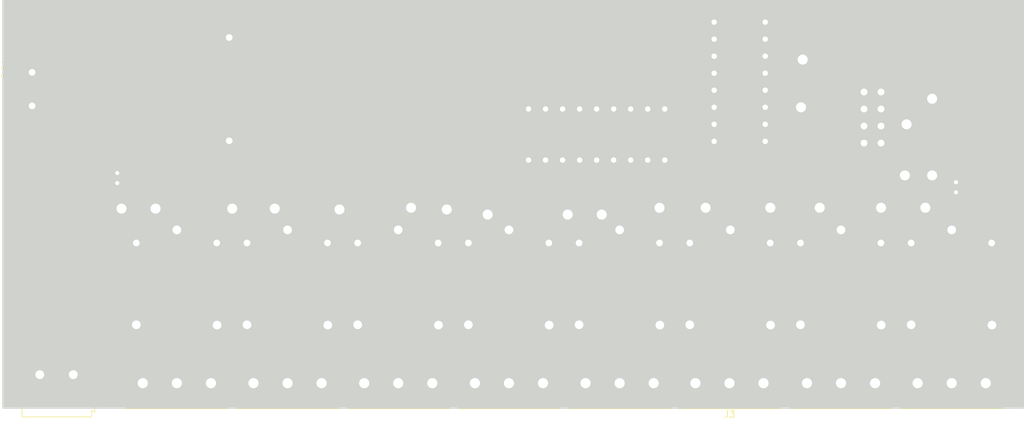
<source format=kicad_pcb>
(kicad_pcb (version 20171130) (host pcbnew "(5.1.4)-1")

  (general
    (thickness 1.6)
    (drawings 0)
    (tracks 306)
    (zones 0)
    (modules 24)
    (nets 49)
  )

  (page A4)
  (layers
    (0 F.Cu signal)
    (31 B.Cu signal)
    (32 B.Adhes user)
    (33 F.Adhes user)
    (34 B.Paste user)
    (35 F.Paste user)
    (36 B.SilkS user)
    (37 F.SilkS user)
    (38 B.Mask user)
    (39 F.Mask user)
    (40 Dwgs.User user)
    (41 Cmts.User user)
    (42 Eco1.User user)
    (43 Eco2.User user)
    (44 Edge.Cuts user)
    (45 Margin user)
    (46 B.CrtYd user)
    (47 F.CrtYd user)
    (48 B.Fab user)
    (49 F.Fab user)
  )

  (setup
    (last_trace_width 0.25)
    (user_trace_width 0.5)
    (trace_clearance 0.2)
    (zone_clearance 0.508)
    (zone_45_only no)
    (trace_min 0.2)
    (via_size 0.8)
    (via_drill 0.4)
    (via_min_size 0.4)
    (via_min_drill 0.3)
    (user_via 2 1.5)
    (uvia_size 0.3)
    (uvia_drill 0.1)
    (uvias_allowed no)
    (uvia_min_size 0.2)
    (uvia_min_drill 0.1)
    (edge_width 0.05)
    (segment_width 0.2)
    (pcb_text_width 0.3)
    (pcb_text_size 1.5 1.5)
    (mod_edge_width 0.12)
    (mod_text_size 1 1)
    (mod_text_width 0.15)
    (pad_size 1.524 1.524)
    (pad_drill 0.762)
    (pad_to_mask_clearance 0.051)
    (solder_mask_min_width 0.25)
    (aux_axis_origin 0 0)
    (visible_elements 7FFFFFFF)
    (pcbplotparams
      (layerselection 0x010fc_ffffffff)
      (usegerberextensions false)
      (usegerberattributes false)
      (usegerberadvancedattributes false)
      (creategerberjobfile false)
      (excludeedgelayer true)
      (linewidth 0.100000)
      (plotframeref false)
      (viasonmask false)
      (mode 1)
      (useauxorigin false)
      (hpglpennumber 1)
      (hpglpenspeed 20)
      (hpglpendiameter 15.000000)
      (psnegative false)
      (psa4output false)
      (plotreference true)
      (plotvalue true)
      (plotinvisibletext false)
      (padsonsilk false)
      (subtractmaskfromsilk false)
      (outputformat 1)
      (mirror false)
      (drillshape 1)
      (scaleselection 1)
      (outputdirectory ""))
  )

  (net 0 "")
  (net 1 +5V)
  (net 2 GND)
  (net 3 +3V3)
  (net 4 "Net-(J1-Pad1)")
  (net 5 "Net-(J1-Pad3)")
  (net 6 "Net-(J2-Pad1)")
  (net 7 "Net-(J2-Pad3)")
  (net 8 "Net-(J3-Pad3)")
  (net 9 "Net-(J3-Pad1)")
  (net 10 "Net-(J4-Pad1)")
  (net 11 "Net-(J4-Pad3)")
  (net 12 "Net-(J5-Pad3)")
  (net 13 "Net-(J5-Pad1)")
  (net 14 "Net-(J6-Pad3)")
  (net 15 "Net-(J6-Pad1)")
  (net 16 "Net-(J7-Pad3)")
  (net 17 "Net-(J7-Pad1)")
  (net 18 "Net-(J8-Pad1)")
  (net 19 "Net-(J8-Pad3)")
  (net 20 "Net-(J9-Pad1)")
  (net 21 "Net-(J9-Pad2)")
  (net 22 /RL7)
  (net 23 /RL5)
  (net 24 /RL3)
  (net 25 /RL1)
  (net 26 /RL8)
  (net 27 /RL6)
  (net 28 /RL4)
  (net 29 /RL2)
  (net 30 "Net-(U1-Pad1)")
  (net 31 "Net-(U1-Pad2)")
  (net 32 "Net-(U1-Pad3)")
  (net 33 /CLOCK)
  (net 34 "Net-(U1-Pad4)")
  (net 35 /LATCH)
  (net 36 "Net-(U1-Pad5)")
  (net 37 "Net-(U1-Pad6)")
  (net 38 /DATA)
  (net 39 "Net-(U1-Pad7)")
  (net 40 "Net-(U1-Pad15)")
  (net 41 /COM_RL7)
  (net 42 /COM_RL5)
  (net 43 /COM_RL3)
  (net 44 /COM_RL1)
  (net 45 /COM_RL8)
  (net 46 /COM_RL6)
  (net 47 /COM_RL4)
  (net 48 /COM_RL2)

  (net_class Default "This is the default net class."
    (clearance 0.2)
    (trace_width 0.25)
    (via_dia 0.8)
    (via_drill 0.4)
    (uvia_dia 0.3)
    (uvia_drill 0.1)
  )

  (net_class POWER ""
    (clearance 1)
    (trace_width 1.5)
    (via_dia 0.8)
    (via_drill 0.4)
    (uvia_dia 0.3)
    (uvia_drill 0.1)
    (add_net /COM_RL1)
    (add_net /COM_RL2)
    (add_net /COM_RL3)
    (add_net /COM_RL4)
    (add_net /COM_RL5)
    (add_net /COM_RL6)
    (add_net /COM_RL7)
    (add_net /COM_RL8)
    (add_net "Net-(J1-Pad1)")
    (add_net "Net-(J1-Pad3)")
    (add_net "Net-(J2-Pad1)")
    (add_net "Net-(J2-Pad3)")
    (add_net "Net-(J3-Pad1)")
    (add_net "Net-(J3-Pad3)")
    (add_net "Net-(J4-Pad1)")
    (add_net "Net-(J4-Pad3)")
    (add_net "Net-(J5-Pad1)")
    (add_net "Net-(J5-Pad3)")
    (add_net "Net-(J6-Pad1)")
    (add_net "Net-(J6-Pad3)")
    (add_net "Net-(J7-Pad1)")
    (add_net "Net-(J7-Pad3)")
    (add_net "Net-(J8-Pad1)")
    (add_net "Net-(J8-Pad3)")
    (add_net "Net-(J9-Pad1)")
    (add_net "Net-(J9-Pad2)")
  )

  (net_class Signal ""
    (clearance 0.5)
    (trace_width 0.75)
    (via_dia 2)
    (via_drill 1.5)
    (uvia_dia 0.3)
    (uvia_drill 0.1)
    (add_net +3V3)
    (add_net +5V)
    (add_net /CLOCK)
    (add_net /DATA)
    (add_net /LATCH)
    (add_net /RL1)
    (add_net /RL2)
    (add_net /RL3)
    (add_net /RL4)
    (add_net /RL5)
    (add_net /RL6)
    (add_net /RL7)
    (add_net /RL8)
    (add_net GND)
    (add_net "Net-(U1-Pad1)")
    (add_net "Net-(U1-Pad15)")
    (add_net "Net-(U1-Pad2)")
    (add_net "Net-(U1-Pad3)")
    (add_net "Net-(U1-Pad4)")
    (add_net "Net-(U1-Pad5)")
    (add_net "Net-(U1-Pad6)")
    (add_net "Net-(U1-Pad7)")
  )

  (module Relay_THT:Relay_SPDT_SANYOU_SRD_Series_Form_C (layer F.Cu) (tedit 5DC2F270) (tstamp 5DBF8BA5)
    (at 196.215 74.93 270)
    (descr "relay Sanyou SRD series Form C http://www.sanyourelay.ca/public/products/pdf/SRD.pdf")
    (tags "relay Sanyu SRD form C")
    (path /5DBC7A4B)
    (fp_text reference K8 (at 8.1 9.2 270) (layer F.SilkS)
      (effects (font (size 1 1) (thickness 0.15)))
    )
    (fp_text value SANYOU_SRD_Form_C (at 8 -9.6 270) (layer F.Fab)
      (effects (font (size 1 1) (thickness 0.15)))
    )
    (fp_line (start -1.4 1.2) (end -1.4 7.8) (layer F.SilkS) (width 0.12))
    (fp_line (start -1.4 -7.8) (end -1.4 -1.2) (layer F.SilkS) (width 0.12))
    (fp_line (start -1.4 -7.8) (end 18.4 -7.8) (layer F.SilkS) (width 0.12))
    (fp_line (start 18.4 -7.8) (end 18.4 7.8) (layer F.SilkS) (width 0.12))
    (fp_line (start 18.4 7.8) (end -1.4 7.8) (layer F.SilkS) (width 0.12))
    (fp_text user 1 (at 0 -2.3 270) (layer F.Fab)
      (effects (font (size 1 1) (thickness 0.15)))
    )
    (fp_line (start -1.3 -7.7) (end 18.3 -7.7) (layer F.Fab) (width 0.12))
    (fp_line (start 18.3 -7.7) (end 18.3 7.7) (layer F.Fab) (width 0.12))
    (fp_line (start 18.3 7.7) (end -1.3 7.7) (layer F.Fab) (width 0.12))
    (fp_line (start -1.3 7.7) (end -1.3 -7.7) (layer F.Fab) (width 0.12))
    (fp_text user %R (at 7.1 0.025 270) (layer F.Fab)
      (effects (font (size 1 1) (thickness 0.15)))
    )
    (fp_line (start 18.55 -7.95) (end -1.55 -7.95) (layer F.CrtYd) (width 0.05))
    (fp_line (start -1.55 7.95) (end -1.55 -7.95) (layer F.CrtYd) (width 0.05))
    (fp_line (start 18.55 -7.95) (end 18.55 7.95) (layer F.CrtYd) (width 0.05))
    (fp_line (start -1.55 7.95) (end 18.55 7.95) (layer F.CrtYd) (width 0.05))
    (fp_line (start 14.15 4.2) (end 14.15 1.75) (layer F.SilkS) (width 0.12))
    (fp_line (start 14.15 -4.2) (end 14.15 -1.7) (layer F.SilkS) (width 0.12))
    (fp_line (start 3.55 6.05) (end 6.05 6.05) (layer F.SilkS) (width 0.12))
    (fp_line (start 2.65 0.05) (end 1.85 0.05) (layer F.SilkS) (width 0.12))
    (fp_line (start 6.05 -5.95) (end 3.55 -5.95) (layer F.SilkS) (width 0.12))
    (fp_line (start 9.45 0.05) (end 10.95 0.05) (layer F.SilkS) (width 0.12))
    (fp_line (start 10.95 0.05) (end 15.55 -2.45) (layer F.SilkS) (width 0.12))
    (fp_line (start 9.45 3.65) (end 2.65 3.65) (layer F.SilkS) (width 0.12))
    (fp_line (start 9.45 0.05) (end 9.45 3.65) (layer F.SilkS) (width 0.12))
    (fp_line (start 2.65 0.05) (end 2.65 3.65) (layer F.SilkS) (width 0.12))
    (fp_line (start 6.05 -5.95) (end 6.05 -1.75) (layer F.SilkS) (width 0.12))
    (fp_line (start 6.05 1.85) (end 6.05 6.05) (layer F.SilkS) (width 0.12))
    (fp_line (start 8.05 1.85) (end 4.05 -1.75) (layer F.SilkS) (width 0.12))
    (fp_line (start 4.05 1.85) (end 4.05 -1.75) (layer F.SilkS) (width 0.12))
    (fp_line (start 4.05 -1.75) (end 8.05 -1.75) (layer F.SilkS) (width 0.12))
    (fp_line (start 8.05 -1.75) (end 8.05 1.85) (layer F.SilkS) (width 0.12))
    (fp_line (start 8.05 1.85) (end 4.05 1.85) (layer F.SilkS) (width 0.12))
    (pad 2 thru_hole circle (at 1.95 6.05) (size 2.5 2.5) (drill 1) (layers *.Cu *.Mask)
      (net 29 /RL2))
    (pad 3 thru_hole circle (at 14.15 6.05) (size 3 3) (drill 1.3) (layers *.Cu *.Mask)
      (net 18 "Net-(J8-Pad1)"))
    (pad 4 thru_hole circle (at 14.2 -6) (size 3 3) (drill 1.3) (layers *.Cu *.Mask)
      (net 19 "Net-(J8-Pad3)"))
    (pad 5 thru_hole circle (at 1.95 -5.95) (size 2.5 2.5) (drill 1) (layers *.Cu *.Mask)
      (net 1 +5V))
    (pad 1 thru_hole circle (at 0 0) (size 3 3) (drill 1.3) (layers *.Cu *.Mask)
      (net 48 /COM_RL2))
    (model "${KIPRJMOD}/3D models/Relay - SRD-03VDC-SL-C.stp"
      (offset (xyz 8 0 0))
      (scale (xyz 1 1 1))
      (rotate (xyz 0 0 180))
    )
  )

  (module Relay_THT:Relay_SPDT_SANYOU_SRD_Series_Form_C (layer F.Cu) (tedit 5DC2F24C) (tstamp 5DBF8B2A)
    (at 97.155 74.93 270)
    (descr "relay Sanyou SRD series Form C http://www.sanyourelay.ca/public/products/pdf/SRD.pdf")
    (tags "relay Sanyu SRD form C")
    (path /5DBE1C3A)
    (fp_text reference K5 (at 8.1 9.2 270) (layer F.SilkS)
      (effects (font (size 1 1) (thickness 0.15)))
    )
    (fp_text value SANYOU_SRD_Form_C (at 8 -9.6 270) (layer F.Fab)
      (effects (font (size 1 1) (thickness 0.15)))
    )
    (fp_line (start 8.05 1.85) (end 4.05 1.85) (layer F.SilkS) (width 0.12))
    (fp_line (start 8.05 -1.75) (end 8.05 1.85) (layer F.SilkS) (width 0.12))
    (fp_line (start 4.05 -1.75) (end 8.05 -1.75) (layer F.SilkS) (width 0.12))
    (fp_line (start 4.05 1.85) (end 4.05 -1.75) (layer F.SilkS) (width 0.12))
    (fp_line (start 8.05 1.85) (end 4.05 -1.75) (layer F.SilkS) (width 0.12))
    (fp_line (start 6.05 1.85) (end 6.05 6.05) (layer F.SilkS) (width 0.12))
    (fp_line (start 6.05 -5.95) (end 6.05 -1.75) (layer F.SilkS) (width 0.12))
    (fp_line (start 2.65 0.05) (end 2.65 3.65) (layer F.SilkS) (width 0.12))
    (fp_line (start 9.45 0.05) (end 9.45 3.65) (layer F.SilkS) (width 0.12))
    (fp_line (start 9.45 3.65) (end 2.65 3.65) (layer F.SilkS) (width 0.12))
    (fp_line (start 10.95 0.05) (end 15.55 -2.45) (layer F.SilkS) (width 0.12))
    (fp_line (start 9.45 0.05) (end 10.95 0.05) (layer F.SilkS) (width 0.12))
    (fp_line (start 6.05 -5.95) (end 3.55 -5.95) (layer F.SilkS) (width 0.12))
    (fp_line (start 2.65 0.05) (end 1.85 0.05) (layer F.SilkS) (width 0.12))
    (fp_line (start 3.55 6.05) (end 6.05 6.05) (layer F.SilkS) (width 0.12))
    (fp_line (start 14.15 -4.2) (end 14.15 -1.7) (layer F.SilkS) (width 0.12))
    (fp_line (start 14.15 4.2) (end 14.15 1.75) (layer F.SilkS) (width 0.12))
    (fp_line (start -1.55 7.95) (end 18.55 7.95) (layer F.CrtYd) (width 0.05))
    (fp_line (start 18.55 -7.95) (end 18.55 7.95) (layer F.CrtYd) (width 0.05))
    (fp_line (start -1.55 7.95) (end -1.55 -7.95) (layer F.CrtYd) (width 0.05))
    (fp_line (start 18.55 -7.95) (end -1.55 -7.95) (layer F.CrtYd) (width 0.05))
    (fp_text user %R (at 7.1 0.025 270) (layer F.Fab)
      (effects (font (size 1 1) (thickness 0.15)))
    )
    (fp_line (start -1.3 7.7) (end -1.3 -7.7) (layer F.Fab) (width 0.12))
    (fp_line (start 18.3 7.7) (end -1.3 7.7) (layer F.Fab) (width 0.12))
    (fp_line (start 18.3 -7.7) (end 18.3 7.7) (layer F.Fab) (width 0.12))
    (fp_line (start -1.3 -7.7) (end 18.3 -7.7) (layer F.Fab) (width 0.12))
    (fp_text user 1 (at 0 -2.3 270) (layer F.Fab)
      (effects (font (size 1 1) (thickness 0.15)))
    )
    (fp_line (start 18.4 7.8) (end -1.4 7.8) (layer F.SilkS) (width 0.12))
    (fp_line (start 18.4 -7.8) (end 18.4 7.8) (layer F.SilkS) (width 0.12))
    (fp_line (start -1.4 -7.8) (end 18.4 -7.8) (layer F.SilkS) (width 0.12))
    (fp_line (start -1.4 -7.8) (end -1.4 -1.2) (layer F.SilkS) (width 0.12))
    (fp_line (start -1.4 1.2) (end -1.4 7.8) (layer F.SilkS) (width 0.12))
    (pad 1 thru_hole circle (at 0 0) (size 3 3) (drill 1.3) (layers *.Cu *.Mask)
      (net 45 /COM_RL8))
    (pad 5 thru_hole circle (at 1.95 -5.95) (size 2.5 2.5) (drill 1) (layers *.Cu *.Mask)
      (net 1 +5V))
    (pad 4 thru_hole circle (at 14.2 -6) (size 3 3) (drill 1.3) (layers *.Cu *.Mask)
      (net 12 "Net-(J5-Pad3)"))
    (pad 3 thru_hole circle (at 14.15 6.05) (size 3 3) (drill 1.3) (layers *.Cu *.Mask)
      (net 13 "Net-(J5-Pad1)"))
    (pad 2 thru_hole circle (at 1.95 6.05) (size 2.5 2.5) (drill 1) (layers *.Cu *.Mask)
      (net 26 /RL8))
    (model "${KIPRJMOD}/3D models/Relay - SRD-03VDC-SL-C.stp"
      (offset (xyz 8 0 0))
      (scale (xyz 1 1 1))
      (rotate (xyz 0 0 180))
    )
  )

  (module Package_DIP:DIP-18_W7.62mm_LongPads (layer F.Cu) (tedit 5A02E8C5) (tstamp 5DBF8C26)
    (at 169.926 56.896 270)
    (descr "18-lead though-hole mounted DIP package, row spacing 7.62 mm (300 mils), LongPads")
    (tags "THT DIP DIL PDIP 2.54mm 7.62mm 300mil LongPads")
    (path /5DBA2C8A)
    (fp_text reference U3 (at 3.81 -2.33 90) (layer F.SilkS)
      (effects (font (size 1 1) (thickness 0.15)))
    )
    (fp_text value ULN2803A (at 3.81 22.65 90) (layer F.Fab)
      (effects (font (size 1 1) (thickness 0.15)))
    )
    (fp_arc (start 3.81 -1.33) (end 2.81 -1.33) (angle -180) (layer F.SilkS) (width 0.12))
    (fp_line (start 1.635 -1.27) (end 6.985 -1.27) (layer F.Fab) (width 0.1))
    (fp_line (start 6.985 -1.27) (end 6.985 21.59) (layer F.Fab) (width 0.1))
    (fp_line (start 6.985 21.59) (end 0.635 21.59) (layer F.Fab) (width 0.1))
    (fp_line (start 0.635 21.59) (end 0.635 -0.27) (layer F.Fab) (width 0.1))
    (fp_line (start 0.635 -0.27) (end 1.635 -1.27) (layer F.Fab) (width 0.1))
    (fp_line (start 2.81 -1.33) (end 1.56 -1.33) (layer F.SilkS) (width 0.12))
    (fp_line (start 1.56 -1.33) (end 1.56 21.65) (layer F.SilkS) (width 0.12))
    (fp_line (start 1.56 21.65) (end 6.06 21.65) (layer F.SilkS) (width 0.12))
    (fp_line (start 6.06 21.65) (end 6.06 -1.33) (layer F.SilkS) (width 0.12))
    (fp_line (start 6.06 -1.33) (end 4.81 -1.33) (layer F.SilkS) (width 0.12))
    (fp_line (start -1.45 -1.55) (end -1.45 21.85) (layer F.CrtYd) (width 0.05))
    (fp_line (start -1.45 21.85) (end 9.1 21.85) (layer F.CrtYd) (width 0.05))
    (fp_line (start 9.1 21.85) (end 9.1 -1.55) (layer F.CrtYd) (width 0.05))
    (fp_line (start 9.1 -1.55) (end -1.45 -1.55) (layer F.CrtYd) (width 0.05))
    (fp_text user %R (at 3.81 10.16 90) (layer F.Fab)
      (effects (font (size 1 1) (thickness 0.15)))
    )
    (pad 1 thru_hole rect (at 0 0 270) (size 2.4 1.6) (drill 0.8) (layers *.Cu *.Mask)
      (net 39 "Net-(U1-Pad7)"))
    (pad 10 thru_hole oval (at 7.62 20.32 270) (size 2.4 1.6) (drill 0.8) (layers *.Cu *.Mask)
      (net 1 +5V))
    (pad 2 thru_hole oval (at 0 2.54 270) (size 2.4 1.6) (drill 0.8) (layers *.Cu *.Mask)
      (net 37 "Net-(U1-Pad6)"))
    (pad 11 thru_hole oval (at 7.62 17.78 270) (size 2.4 1.6) (drill 0.8) (layers *.Cu *.Mask)
      (net 26 /RL8))
    (pad 3 thru_hole oval (at 0 5.08 270) (size 2.4 1.6) (drill 0.8) (layers *.Cu *.Mask)
      (net 36 "Net-(U1-Pad5)"))
    (pad 12 thru_hole oval (at 7.62 15.24 270) (size 2.4 1.6) (drill 0.8) (layers *.Cu *.Mask)
      (net 22 /RL7))
    (pad 4 thru_hole oval (at 0 7.62 270) (size 2.4 1.6) (drill 0.8) (layers *.Cu *.Mask)
      (net 34 "Net-(U1-Pad4)"))
    (pad 13 thru_hole oval (at 7.62 12.7 270) (size 2.4 1.6) (drill 0.8) (layers *.Cu *.Mask)
      (net 27 /RL6))
    (pad 5 thru_hole oval (at 0 10.16 270) (size 2.4 1.6) (drill 0.8) (layers *.Cu *.Mask)
      (net 32 "Net-(U1-Pad3)"))
    (pad 14 thru_hole oval (at 7.62 10.16 270) (size 2.4 1.6) (drill 0.8) (layers *.Cu *.Mask)
      (net 23 /RL5))
    (pad 6 thru_hole oval (at 0 12.7 270) (size 2.4 1.6) (drill 0.8) (layers *.Cu *.Mask)
      (net 31 "Net-(U1-Pad2)"))
    (pad 15 thru_hole oval (at 7.62 7.62 270) (size 2.4 1.6) (drill 0.8) (layers *.Cu *.Mask)
      (net 28 /RL4))
    (pad 7 thru_hole oval (at 0 15.24 270) (size 2.4 1.6) (drill 0.8) (layers *.Cu *.Mask)
      (net 30 "Net-(U1-Pad1)"))
    (pad 16 thru_hole oval (at 7.62 5.08 270) (size 2.4 1.6) (drill 0.8) (layers *.Cu *.Mask)
      (net 24 /RL3))
    (pad 8 thru_hole oval (at 0 17.78 270) (size 2.4 1.6) (drill 0.8) (layers *.Cu *.Mask)
      (net 40 "Net-(U1-Pad15)"))
    (pad 17 thru_hole oval (at 7.62 2.54 270) (size 2.4 1.6) (drill 0.8) (layers *.Cu *.Mask)
      (net 29 /RL2))
    (pad 9 thru_hole oval (at 0 20.32 270) (size 2.4 1.6) (drill 0.8) (layers *.Cu *.Mask)
      (net 2 GND))
    (pad 18 thru_hole oval (at 7.62 0 270) (size 2.4 1.6) (drill 0.8) (layers *.Cu *.Mask)
      (net 25 /RL1))
    (model ${KISYS3DMOD}/Package_DIP.3dshapes/DIP-18_W7.62mm.wrl
      (at (xyz 0 0 0))
      (scale (xyz 1 1 1))
      (rotate (xyz 0 0 0))
    )
  )

  (module Capacitor_THT:CP_Radial_D4.0mm_P1.50mm (layer F.Cu) (tedit 5AE50EF0) (tstamp 5DBFC6DC)
    (at 213.36 67.818 270)
    (descr "CP, Radial series, Radial, pin pitch=1.50mm, , diameter=4mm, Electrolytic Capacitor")
    (tags "CP Radial series Radial pin pitch 1.50mm  diameter 4mm Electrolytic Capacitor")
    (path /5DC4BFBF)
    (fp_text reference C2 (at 0.75 -3.25 90) (layer F.SilkS)
      (effects (font (size 1 1) (thickness 0.15)))
    )
    (fp_text value 47uf (at 0.75 3.25 90) (layer F.Fab)
      (effects (font (size 1 1) (thickness 0.15)))
    )
    (fp_text user %R (at 0.75 0 90) (layer F.Fab)
      (effects (font (size 0.8 0.8) (thickness 0.12)))
    )
    (fp_line (start -1.319801 -1.395) (end -1.319801 -0.995) (layer F.SilkS) (width 0.12))
    (fp_line (start -1.519801 -1.195) (end -1.119801 -1.195) (layer F.SilkS) (width 0.12))
    (fp_line (start 2.831 -0.37) (end 2.831 0.37) (layer F.SilkS) (width 0.12))
    (fp_line (start 2.791 -0.537) (end 2.791 0.537) (layer F.SilkS) (width 0.12))
    (fp_line (start 2.751 -0.664) (end 2.751 0.664) (layer F.SilkS) (width 0.12))
    (fp_line (start 2.711 -0.768) (end 2.711 0.768) (layer F.SilkS) (width 0.12))
    (fp_line (start 2.671 -0.859) (end 2.671 0.859) (layer F.SilkS) (width 0.12))
    (fp_line (start 2.631 -0.94) (end 2.631 0.94) (layer F.SilkS) (width 0.12))
    (fp_line (start 2.591 -1.013) (end 2.591 1.013) (layer F.SilkS) (width 0.12))
    (fp_line (start 2.551 -1.08) (end 2.551 1.08) (layer F.SilkS) (width 0.12))
    (fp_line (start 2.511 -1.142) (end 2.511 1.142) (layer F.SilkS) (width 0.12))
    (fp_line (start 2.471 -1.2) (end 2.471 1.2) (layer F.SilkS) (width 0.12))
    (fp_line (start 2.431 -1.254) (end 2.431 1.254) (layer F.SilkS) (width 0.12))
    (fp_line (start 2.391 -1.304) (end 2.391 1.304) (layer F.SilkS) (width 0.12))
    (fp_line (start 2.351 -1.351) (end 2.351 1.351) (layer F.SilkS) (width 0.12))
    (fp_line (start 2.311 0.84) (end 2.311 1.396) (layer F.SilkS) (width 0.12))
    (fp_line (start 2.311 -1.396) (end 2.311 -0.84) (layer F.SilkS) (width 0.12))
    (fp_line (start 2.271 0.84) (end 2.271 1.438) (layer F.SilkS) (width 0.12))
    (fp_line (start 2.271 -1.438) (end 2.271 -0.84) (layer F.SilkS) (width 0.12))
    (fp_line (start 2.231 0.84) (end 2.231 1.478) (layer F.SilkS) (width 0.12))
    (fp_line (start 2.231 -1.478) (end 2.231 -0.84) (layer F.SilkS) (width 0.12))
    (fp_line (start 2.191 0.84) (end 2.191 1.516) (layer F.SilkS) (width 0.12))
    (fp_line (start 2.191 -1.516) (end 2.191 -0.84) (layer F.SilkS) (width 0.12))
    (fp_line (start 2.151 0.84) (end 2.151 1.552) (layer F.SilkS) (width 0.12))
    (fp_line (start 2.151 -1.552) (end 2.151 -0.84) (layer F.SilkS) (width 0.12))
    (fp_line (start 2.111 0.84) (end 2.111 1.587) (layer F.SilkS) (width 0.12))
    (fp_line (start 2.111 -1.587) (end 2.111 -0.84) (layer F.SilkS) (width 0.12))
    (fp_line (start 2.071 0.84) (end 2.071 1.619) (layer F.SilkS) (width 0.12))
    (fp_line (start 2.071 -1.619) (end 2.071 -0.84) (layer F.SilkS) (width 0.12))
    (fp_line (start 2.031 0.84) (end 2.031 1.65) (layer F.SilkS) (width 0.12))
    (fp_line (start 2.031 -1.65) (end 2.031 -0.84) (layer F.SilkS) (width 0.12))
    (fp_line (start 1.991 0.84) (end 1.991 1.68) (layer F.SilkS) (width 0.12))
    (fp_line (start 1.991 -1.68) (end 1.991 -0.84) (layer F.SilkS) (width 0.12))
    (fp_line (start 1.951 0.84) (end 1.951 1.708) (layer F.SilkS) (width 0.12))
    (fp_line (start 1.951 -1.708) (end 1.951 -0.84) (layer F.SilkS) (width 0.12))
    (fp_line (start 1.911 0.84) (end 1.911 1.735) (layer F.SilkS) (width 0.12))
    (fp_line (start 1.911 -1.735) (end 1.911 -0.84) (layer F.SilkS) (width 0.12))
    (fp_line (start 1.871 0.84) (end 1.871 1.76) (layer F.SilkS) (width 0.12))
    (fp_line (start 1.871 -1.76) (end 1.871 -0.84) (layer F.SilkS) (width 0.12))
    (fp_line (start 1.831 0.84) (end 1.831 1.785) (layer F.SilkS) (width 0.12))
    (fp_line (start 1.831 -1.785) (end 1.831 -0.84) (layer F.SilkS) (width 0.12))
    (fp_line (start 1.791 0.84) (end 1.791 1.808) (layer F.SilkS) (width 0.12))
    (fp_line (start 1.791 -1.808) (end 1.791 -0.84) (layer F.SilkS) (width 0.12))
    (fp_line (start 1.751 0.84) (end 1.751 1.83) (layer F.SilkS) (width 0.12))
    (fp_line (start 1.751 -1.83) (end 1.751 -0.84) (layer F.SilkS) (width 0.12))
    (fp_line (start 1.711 0.84) (end 1.711 1.851) (layer F.SilkS) (width 0.12))
    (fp_line (start 1.711 -1.851) (end 1.711 -0.84) (layer F.SilkS) (width 0.12))
    (fp_line (start 1.671 0.84) (end 1.671 1.87) (layer F.SilkS) (width 0.12))
    (fp_line (start 1.671 -1.87) (end 1.671 -0.84) (layer F.SilkS) (width 0.12))
    (fp_line (start 1.631 0.84) (end 1.631 1.889) (layer F.SilkS) (width 0.12))
    (fp_line (start 1.631 -1.889) (end 1.631 -0.84) (layer F.SilkS) (width 0.12))
    (fp_line (start 1.591 0.84) (end 1.591 1.907) (layer F.SilkS) (width 0.12))
    (fp_line (start 1.591 -1.907) (end 1.591 -0.84) (layer F.SilkS) (width 0.12))
    (fp_line (start 1.551 0.84) (end 1.551 1.924) (layer F.SilkS) (width 0.12))
    (fp_line (start 1.551 -1.924) (end 1.551 -0.84) (layer F.SilkS) (width 0.12))
    (fp_line (start 1.511 0.84) (end 1.511 1.94) (layer F.SilkS) (width 0.12))
    (fp_line (start 1.511 -1.94) (end 1.511 -0.84) (layer F.SilkS) (width 0.12))
    (fp_line (start 1.471 0.84) (end 1.471 1.954) (layer F.SilkS) (width 0.12))
    (fp_line (start 1.471 -1.954) (end 1.471 -0.84) (layer F.SilkS) (width 0.12))
    (fp_line (start 1.43 0.84) (end 1.43 1.968) (layer F.SilkS) (width 0.12))
    (fp_line (start 1.43 -1.968) (end 1.43 -0.84) (layer F.SilkS) (width 0.12))
    (fp_line (start 1.39 0.84) (end 1.39 1.982) (layer F.SilkS) (width 0.12))
    (fp_line (start 1.39 -1.982) (end 1.39 -0.84) (layer F.SilkS) (width 0.12))
    (fp_line (start 1.35 0.84) (end 1.35 1.994) (layer F.SilkS) (width 0.12))
    (fp_line (start 1.35 -1.994) (end 1.35 -0.84) (layer F.SilkS) (width 0.12))
    (fp_line (start 1.31 0.84) (end 1.31 2.005) (layer F.SilkS) (width 0.12))
    (fp_line (start 1.31 -2.005) (end 1.31 -0.84) (layer F.SilkS) (width 0.12))
    (fp_line (start 1.27 0.84) (end 1.27 2.016) (layer F.SilkS) (width 0.12))
    (fp_line (start 1.27 -2.016) (end 1.27 -0.84) (layer F.SilkS) (width 0.12))
    (fp_line (start 1.23 0.84) (end 1.23 2.025) (layer F.SilkS) (width 0.12))
    (fp_line (start 1.23 -2.025) (end 1.23 -0.84) (layer F.SilkS) (width 0.12))
    (fp_line (start 1.19 0.84) (end 1.19 2.034) (layer F.SilkS) (width 0.12))
    (fp_line (start 1.19 -2.034) (end 1.19 -0.84) (layer F.SilkS) (width 0.12))
    (fp_line (start 1.15 0.84) (end 1.15 2.042) (layer F.SilkS) (width 0.12))
    (fp_line (start 1.15 -2.042) (end 1.15 -0.84) (layer F.SilkS) (width 0.12))
    (fp_line (start 1.11 0.84) (end 1.11 2.05) (layer F.SilkS) (width 0.12))
    (fp_line (start 1.11 -2.05) (end 1.11 -0.84) (layer F.SilkS) (width 0.12))
    (fp_line (start 1.07 0.84) (end 1.07 2.056) (layer F.SilkS) (width 0.12))
    (fp_line (start 1.07 -2.056) (end 1.07 -0.84) (layer F.SilkS) (width 0.12))
    (fp_line (start 1.03 0.84) (end 1.03 2.062) (layer F.SilkS) (width 0.12))
    (fp_line (start 1.03 -2.062) (end 1.03 -0.84) (layer F.SilkS) (width 0.12))
    (fp_line (start 0.99 0.84) (end 0.99 2.067) (layer F.SilkS) (width 0.12))
    (fp_line (start 0.99 -2.067) (end 0.99 -0.84) (layer F.SilkS) (width 0.12))
    (fp_line (start 0.95 0.84) (end 0.95 2.071) (layer F.SilkS) (width 0.12))
    (fp_line (start 0.95 -2.071) (end 0.95 -0.84) (layer F.SilkS) (width 0.12))
    (fp_line (start 0.91 0.84) (end 0.91 2.074) (layer F.SilkS) (width 0.12))
    (fp_line (start 0.91 -2.074) (end 0.91 -0.84) (layer F.SilkS) (width 0.12))
    (fp_line (start 0.87 0.84) (end 0.87 2.077) (layer F.SilkS) (width 0.12))
    (fp_line (start 0.87 -2.077) (end 0.87 -0.84) (layer F.SilkS) (width 0.12))
    (fp_line (start 0.83 -2.079) (end 0.83 -0.84) (layer F.SilkS) (width 0.12))
    (fp_line (start 0.83 0.84) (end 0.83 2.079) (layer F.SilkS) (width 0.12))
    (fp_line (start 0.79 -2.08) (end 0.79 -0.84) (layer F.SilkS) (width 0.12))
    (fp_line (start 0.79 0.84) (end 0.79 2.08) (layer F.SilkS) (width 0.12))
    (fp_line (start 0.75 -2.08) (end 0.75 -0.84) (layer F.SilkS) (width 0.12))
    (fp_line (start 0.75 0.84) (end 0.75 2.08) (layer F.SilkS) (width 0.12))
    (fp_line (start -0.752554 -1.0675) (end -0.752554 -0.6675) (layer F.Fab) (width 0.1))
    (fp_line (start -0.952554 -0.8675) (end -0.552554 -0.8675) (layer F.Fab) (width 0.1))
    (fp_circle (center 0.75 0) (end 3 0) (layer F.CrtYd) (width 0.05))
    (fp_circle (center 0.75 0) (end 2.87 0) (layer F.SilkS) (width 0.12))
    (fp_circle (center 0.75 0) (end 2.75 0) (layer F.Fab) (width 0.1))
    (pad 2 thru_hole circle (at 1.5 0 270) (size 1.2 1.2) (drill 0.6) (layers *.Cu *.Mask)
      (net 2 GND))
    (pad 1 thru_hole rect (at 0 0 270) (size 1.2 1.2) (drill 0.6) (layers *.Cu *.Mask)
      (net 3 +3V3))
    (model ${KISYS3DMOD}/Capacitor_THT.3dshapes/CP_Radial_D4.0mm_P1.50mm.wrl
      (at (xyz 0 0 0))
      (scale (xyz 1 1 1))
      (rotate (xyz 0 0 0))
    )
  )

  (module Converter_ACDC:Converter_ACDC_HiLink_HLK-PMxx (layer F.Cu) (tedit 5C1AC1CD) (tstamp 5DBF8BBE)
    (at 75.565 51.435)
    (descr "ACDC-Converter, 3W, HiLink, HLK-PMxx, THT, http://www.hlktech.net/product_detail.php?ProId=54")
    (tags "ACDC-Converter 3W THT HiLink board mount module")
    (path /5DBF5979)
    (fp_text reference PS1 (at -3.94 -0.55 90) (layer F.SilkS)
      (effects (font (size 1 1) (thickness 0.15)))
    )
    (fp_text value HLK-PM01 (at 15.79 13.85) (layer F.Fab)
      (effects (font (size 1 1) (thickness 0.15)))
    )
    (fp_line (start -2.3 12.5) (end 31.7 12.5) (layer F.Fab) (width 0.1))
    (fp_line (start 31.7 12.5) (end 31.7 -7.5) (layer F.Fab) (width 0.1))
    (fp_line (start -2.3 12.5) (end -2.3 0.99) (layer F.Fab) (width 0.1))
    (fp_line (start -2.3 -7.5) (end 31.7 -7.5) (layer F.Fab) (width 0.1))
    (fp_text user %R (at 14.68 1.17) (layer F.Fab)
      (effects (font (size 1 1) (thickness 0.15)))
    )
    (fp_line (start -1.29 0) (end -2.29 1) (layer F.Fab) (width 0.1))
    (fp_line (start -2.29 -1) (end -1.29 0) (layer F.Fab) (width 0.1))
    (fp_line (start -2.3 -1) (end -2.3 -7.5) (layer F.Fab) (width 0.1))
    (fp_line (start -2.55 12.75) (end 31.95 12.75) (layer F.CrtYd) (width 0.05))
    (fp_line (start 31.95 12.75) (end 31.95 -7.75) (layer F.CrtYd) (width 0.05))
    (fp_line (start 31.95 -7.75) (end -2.55 -7.75) (layer F.CrtYd) (width 0.05))
    (fp_line (start -2.55 -7.75) (end -2.55 12.75) (layer F.CrtYd) (width 0.05))
    (fp_line (start -2.4 -7.6) (end -2.4 12.6) (layer F.SilkS) (width 0.12))
    (fp_line (start -2.4 12.6) (end 31.8 12.6) (layer F.SilkS) (width 0.12))
    (fp_line (start 31.8 12.6) (end 31.8 -7.6) (layer F.SilkS) (width 0.12))
    (fp_line (start 31.8 -7.6) (end -2.4 -7.6) (layer F.SilkS) (width 0.12))
    (fp_line (start -2.79 -1) (end -2.79 1.01) (layer F.SilkS) (width 0.12))
    (pad 3 thru_hole circle (at 29.4 -5.2) (size 2.3 2.3) (drill 1) (layers *.Cu *.Mask)
      (net 2 GND))
    (pad 1 thru_hole rect (at 0 0) (size 2.3 2) (drill 1) (layers *.Cu *.Mask)
      (net 21 "Net-(J9-Pad2)"))
    (pad 2 thru_hole circle (at 0 5) (size 2.3 2.3) (drill 1) (layers *.Cu *.Mask)
      (net 20 "Net-(J9-Pad1)"))
    (pad 4 thru_hole circle (at 29.4 10.2) (size 2.3 2.3) (drill 1) (layers *.Cu *.Mask)
      (net 1 +5V))
    (model "${KIPRJMOD}/3D models/hlk-pm01.step"
      (offset (xyz -2 -12.5 0))
      (scale (xyz 1 1 1))
      (rotate (xyz 0 0 0))
    )
  )

  (module Package_TO_SOT_SMD:SOT-23_Handsoldering (layer B.Cu) (tedit 5A0AB76C) (tstamp 5DBFD676)
    (at 216.154 62.23 90)
    (descr "SOT-23, Handsoldering")
    (tags SOT-23)
    (path /5DC080AD)
    (attr smd)
    (fp_text reference U4 (at 0 2.5 270) (layer B.SilkS)
      (effects (font (size 1 1) (thickness 0.15)) (justify mirror))
    )
    (fp_text value AMS1117-3.3 (at 0 -2.5 270) (layer B.Fab)
      (effects (font (size 1 1) (thickness 0.15)) (justify mirror))
    )
    (fp_text user %R (at 0 0) (layer B.Fab)
      (effects (font (size 0.5 0.5) (thickness 0.075)) (justify mirror))
    )
    (fp_line (start 0.76 -1.58) (end 0.76 -0.65) (layer B.SilkS) (width 0.12))
    (fp_line (start 0.76 1.58) (end 0.76 0.65) (layer B.SilkS) (width 0.12))
    (fp_line (start -2.7 1.75) (end 2.7 1.75) (layer B.CrtYd) (width 0.05))
    (fp_line (start 2.7 1.75) (end 2.7 -1.75) (layer B.CrtYd) (width 0.05))
    (fp_line (start 2.7 -1.75) (end -2.7 -1.75) (layer B.CrtYd) (width 0.05))
    (fp_line (start -2.7 -1.75) (end -2.7 1.75) (layer B.CrtYd) (width 0.05))
    (fp_line (start 0.76 1.58) (end -2.4 1.58) (layer B.SilkS) (width 0.12))
    (fp_line (start -0.7 0.95) (end -0.7 -1.5) (layer B.Fab) (width 0.1))
    (fp_line (start -0.15 1.52) (end 0.7 1.52) (layer B.Fab) (width 0.1))
    (fp_line (start -0.7 0.95) (end -0.15 1.52) (layer B.Fab) (width 0.1))
    (fp_line (start 0.7 1.52) (end 0.7 -1.52) (layer B.Fab) (width 0.1))
    (fp_line (start -0.7 -1.52) (end 0.7 -1.52) (layer B.Fab) (width 0.1))
    (fp_line (start 0.76 -1.58) (end -0.7 -1.58) (layer B.SilkS) (width 0.12))
    (pad 1 smd rect (at -1.5 0.95 90) (size 1.9 0.8) (layers B.Cu B.Paste B.Mask)
      (net 2 GND))
    (pad 2 smd rect (at -1.5 -0.95 90) (size 1.9 0.8) (layers B.Cu B.Paste B.Mask)
      (net 3 +3V3))
    (pad 3 smd rect (at 1.5 0 90) (size 1.9 0.8) (layers B.Cu B.Paste B.Mask)
      (net 1 +5V))
    (model ${KISYS3DMOD}/Package_TO_SOT_SMD.3dshapes/SOT-23.wrl
      (at (xyz 0 0 0))
      (scale (xyz 1 1 1))
      (rotate (xyz 0 0 0))
    )
  )

  (module Capacitor_THT:CP_Radial_D4.0mm_P1.50mm (layer F.Cu) (tedit 5AE50EF0) (tstamp 5DBFBF16)
    (at 88.265 67.945 90)
    (descr "CP, Radial series, Radial, pin pitch=1.50mm, , diameter=4mm, Electrolytic Capacitor")
    (tags "CP Radial series Radial pin pitch 1.50mm  diameter 4mm Electrolytic Capacitor")
    (path /5DC2AE00)
    (fp_text reference C1 (at 0.75 -3.25 90) (layer F.SilkS)
      (effects (font (size 1 1) (thickness 0.15)))
    )
    (fp_text value 5uf (at 0.75 3.25 90) (layer F.Fab)
      (effects (font (size 1 1) (thickness 0.15)))
    )
    (fp_circle (center 0.75 0) (end 2.75 0) (layer F.Fab) (width 0.1))
    (fp_circle (center 0.75 0) (end 2.87 0) (layer F.SilkS) (width 0.12))
    (fp_circle (center 0.75 0) (end 3 0) (layer F.CrtYd) (width 0.05))
    (fp_line (start -0.952554 -0.8675) (end -0.552554 -0.8675) (layer F.Fab) (width 0.1))
    (fp_line (start -0.752554 -1.0675) (end -0.752554 -0.6675) (layer F.Fab) (width 0.1))
    (fp_line (start 0.75 0.84) (end 0.75 2.08) (layer F.SilkS) (width 0.12))
    (fp_line (start 0.75 -2.08) (end 0.75 -0.84) (layer F.SilkS) (width 0.12))
    (fp_line (start 0.79 0.84) (end 0.79 2.08) (layer F.SilkS) (width 0.12))
    (fp_line (start 0.79 -2.08) (end 0.79 -0.84) (layer F.SilkS) (width 0.12))
    (fp_line (start 0.83 0.84) (end 0.83 2.079) (layer F.SilkS) (width 0.12))
    (fp_line (start 0.83 -2.079) (end 0.83 -0.84) (layer F.SilkS) (width 0.12))
    (fp_line (start 0.87 -2.077) (end 0.87 -0.84) (layer F.SilkS) (width 0.12))
    (fp_line (start 0.87 0.84) (end 0.87 2.077) (layer F.SilkS) (width 0.12))
    (fp_line (start 0.91 -2.074) (end 0.91 -0.84) (layer F.SilkS) (width 0.12))
    (fp_line (start 0.91 0.84) (end 0.91 2.074) (layer F.SilkS) (width 0.12))
    (fp_line (start 0.95 -2.071) (end 0.95 -0.84) (layer F.SilkS) (width 0.12))
    (fp_line (start 0.95 0.84) (end 0.95 2.071) (layer F.SilkS) (width 0.12))
    (fp_line (start 0.99 -2.067) (end 0.99 -0.84) (layer F.SilkS) (width 0.12))
    (fp_line (start 0.99 0.84) (end 0.99 2.067) (layer F.SilkS) (width 0.12))
    (fp_line (start 1.03 -2.062) (end 1.03 -0.84) (layer F.SilkS) (width 0.12))
    (fp_line (start 1.03 0.84) (end 1.03 2.062) (layer F.SilkS) (width 0.12))
    (fp_line (start 1.07 -2.056) (end 1.07 -0.84) (layer F.SilkS) (width 0.12))
    (fp_line (start 1.07 0.84) (end 1.07 2.056) (layer F.SilkS) (width 0.12))
    (fp_line (start 1.11 -2.05) (end 1.11 -0.84) (layer F.SilkS) (width 0.12))
    (fp_line (start 1.11 0.84) (end 1.11 2.05) (layer F.SilkS) (width 0.12))
    (fp_line (start 1.15 -2.042) (end 1.15 -0.84) (layer F.SilkS) (width 0.12))
    (fp_line (start 1.15 0.84) (end 1.15 2.042) (layer F.SilkS) (width 0.12))
    (fp_line (start 1.19 -2.034) (end 1.19 -0.84) (layer F.SilkS) (width 0.12))
    (fp_line (start 1.19 0.84) (end 1.19 2.034) (layer F.SilkS) (width 0.12))
    (fp_line (start 1.23 -2.025) (end 1.23 -0.84) (layer F.SilkS) (width 0.12))
    (fp_line (start 1.23 0.84) (end 1.23 2.025) (layer F.SilkS) (width 0.12))
    (fp_line (start 1.27 -2.016) (end 1.27 -0.84) (layer F.SilkS) (width 0.12))
    (fp_line (start 1.27 0.84) (end 1.27 2.016) (layer F.SilkS) (width 0.12))
    (fp_line (start 1.31 -2.005) (end 1.31 -0.84) (layer F.SilkS) (width 0.12))
    (fp_line (start 1.31 0.84) (end 1.31 2.005) (layer F.SilkS) (width 0.12))
    (fp_line (start 1.35 -1.994) (end 1.35 -0.84) (layer F.SilkS) (width 0.12))
    (fp_line (start 1.35 0.84) (end 1.35 1.994) (layer F.SilkS) (width 0.12))
    (fp_line (start 1.39 -1.982) (end 1.39 -0.84) (layer F.SilkS) (width 0.12))
    (fp_line (start 1.39 0.84) (end 1.39 1.982) (layer F.SilkS) (width 0.12))
    (fp_line (start 1.43 -1.968) (end 1.43 -0.84) (layer F.SilkS) (width 0.12))
    (fp_line (start 1.43 0.84) (end 1.43 1.968) (layer F.SilkS) (width 0.12))
    (fp_line (start 1.471 -1.954) (end 1.471 -0.84) (layer F.SilkS) (width 0.12))
    (fp_line (start 1.471 0.84) (end 1.471 1.954) (layer F.SilkS) (width 0.12))
    (fp_line (start 1.511 -1.94) (end 1.511 -0.84) (layer F.SilkS) (width 0.12))
    (fp_line (start 1.511 0.84) (end 1.511 1.94) (layer F.SilkS) (width 0.12))
    (fp_line (start 1.551 -1.924) (end 1.551 -0.84) (layer F.SilkS) (width 0.12))
    (fp_line (start 1.551 0.84) (end 1.551 1.924) (layer F.SilkS) (width 0.12))
    (fp_line (start 1.591 -1.907) (end 1.591 -0.84) (layer F.SilkS) (width 0.12))
    (fp_line (start 1.591 0.84) (end 1.591 1.907) (layer F.SilkS) (width 0.12))
    (fp_line (start 1.631 -1.889) (end 1.631 -0.84) (layer F.SilkS) (width 0.12))
    (fp_line (start 1.631 0.84) (end 1.631 1.889) (layer F.SilkS) (width 0.12))
    (fp_line (start 1.671 -1.87) (end 1.671 -0.84) (layer F.SilkS) (width 0.12))
    (fp_line (start 1.671 0.84) (end 1.671 1.87) (layer F.SilkS) (width 0.12))
    (fp_line (start 1.711 -1.851) (end 1.711 -0.84) (layer F.SilkS) (width 0.12))
    (fp_line (start 1.711 0.84) (end 1.711 1.851) (layer F.SilkS) (width 0.12))
    (fp_line (start 1.751 -1.83) (end 1.751 -0.84) (layer F.SilkS) (width 0.12))
    (fp_line (start 1.751 0.84) (end 1.751 1.83) (layer F.SilkS) (width 0.12))
    (fp_line (start 1.791 -1.808) (end 1.791 -0.84) (layer F.SilkS) (width 0.12))
    (fp_line (start 1.791 0.84) (end 1.791 1.808) (layer F.SilkS) (width 0.12))
    (fp_line (start 1.831 -1.785) (end 1.831 -0.84) (layer F.SilkS) (width 0.12))
    (fp_line (start 1.831 0.84) (end 1.831 1.785) (layer F.SilkS) (width 0.12))
    (fp_line (start 1.871 -1.76) (end 1.871 -0.84) (layer F.SilkS) (width 0.12))
    (fp_line (start 1.871 0.84) (end 1.871 1.76) (layer F.SilkS) (width 0.12))
    (fp_line (start 1.911 -1.735) (end 1.911 -0.84) (layer F.SilkS) (width 0.12))
    (fp_line (start 1.911 0.84) (end 1.911 1.735) (layer F.SilkS) (width 0.12))
    (fp_line (start 1.951 -1.708) (end 1.951 -0.84) (layer F.SilkS) (width 0.12))
    (fp_line (start 1.951 0.84) (end 1.951 1.708) (layer F.SilkS) (width 0.12))
    (fp_line (start 1.991 -1.68) (end 1.991 -0.84) (layer F.SilkS) (width 0.12))
    (fp_line (start 1.991 0.84) (end 1.991 1.68) (layer F.SilkS) (width 0.12))
    (fp_line (start 2.031 -1.65) (end 2.031 -0.84) (layer F.SilkS) (width 0.12))
    (fp_line (start 2.031 0.84) (end 2.031 1.65) (layer F.SilkS) (width 0.12))
    (fp_line (start 2.071 -1.619) (end 2.071 -0.84) (layer F.SilkS) (width 0.12))
    (fp_line (start 2.071 0.84) (end 2.071 1.619) (layer F.SilkS) (width 0.12))
    (fp_line (start 2.111 -1.587) (end 2.111 -0.84) (layer F.SilkS) (width 0.12))
    (fp_line (start 2.111 0.84) (end 2.111 1.587) (layer F.SilkS) (width 0.12))
    (fp_line (start 2.151 -1.552) (end 2.151 -0.84) (layer F.SilkS) (width 0.12))
    (fp_line (start 2.151 0.84) (end 2.151 1.552) (layer F.SilkS) (width 0.12))
    (fp_line (start 2.191 -1.516) (end 2.191 -0.84) (layer F.SilkS) (width 0.12))
    (fp_line (start 2.191 0.84) (end 2.191 1.516) (layer F.SilkS) (width 0.12))
    (fp_line (start 2.231 -1.478) (end 2.231 -0.84) (layer F.SilkS) (width 0.12))
    (fp_line (start 2.231 0.84) (end 2.231 1.478) (layer F.SilkS) (width 0.12))
    (fp_line (start 2.271 -1.438) (end 2.271 -0.84) (layer F.SilkS) (width 0.12))
    (fp_line (start 2.271 0.84) (end 2.271 1.438) (layer F.SilkS) (width 0.12))
    (fp_line (start 2.311 -1.396) (end 2.311 -0.84) (layer F.SilkS) (width 0.12))
    (fp_line (start 2.311 0.84) (end 2.311 1.396) (layer F.SilkS) (width 0.12))
    (fp_line (start 2.351 -1.351) (end 2.351 1.351) (layer F.SilkS) (width 0.12))
    (fp_line (start 2.391 -1.304) (end 2.391 1.304) (layer F.SilkS) (width 0.12))
    (fp_line (start 2.431 -1.254) (end 2.431 1.254) (layer F.SilkS) (width 0.12))
    (fp_line (start 2.471 -1.2) (end 2.471 1.2) (layer F.SilkS) (width 0.12))
    (fp_line (start 2.511 -1.142) (end 2.511 1.142) (layer F.SilkS) (width 0.12))
    (fp_line (start 2.551 -1.08) (end 2.551 1.08) (layer F.SilkS) (width 0.12))
    (fp_line (start 2.591 -1.013) (end 2.591 1.013) (layer F.SilkS) (width 0.12))
    (fp_line (start 2.631 -0.94) (end 2.631 0.94) (layer F.SilkS) (width 0.12))
    (fp_line (start 2.671 -0.859) (end 2.671 0.859) (layer F.SilkS) (width 0.12))
    (fp_line (start 2.711 -0.768) (end 2.711 0.768) (layer F.SilkS) (width 0.12))
    (fp_line (start 2.751 -0.664) (end 2.751 0.664) (layer F.SilkS) (width 0.12))
    (fp_line (start 2.791 -0.537) (end 2.791 0.537) (layer F.SilkS) (width 0.12))
    (fp_line (start 2.831 -0.37) (end 2.831 0.37) (layer F.SilkS) (width 0.12))
    (fp_line (start -1.519801 -1.195) (end -1.119801 -1.195) (layer F.SilkS) (width 0.12))
    (fp_line (start -1.319801 -1.395) (end -1.319801 -0.995) (layer F.SilkS) (width 0.12))
    (fp_text user %R (at 0.75 0 90) (layer F.Fab)
      (effects (font (size 0.8 0.8) (thickness 0.12)))
    )
    (pad 1 thru_hole rect (at 0 0 90) (size 1.2 1.2) (drill 0.6) (layers *.Cu *.Mask)
      (net 1 +5V))
    (pad 2 thru_hole circle (at 1.5 0 90) (size 1.2 1.2) (drill 0.6) (layers *.Cu *.Mask)
      (net 2 GND))
    (model ${KISYS3DMOD}/Capacitor_THT.3dshapes/CP_Radial_D4.0mm_P1.50mm.wrl
      (at (xyz 0 0 0))
      (scale (xyz 1 1 1))
      (rotate (xyz 0 0 0))
    )
  )

  (module TerminalBlock:TerminalBlock_bornier-3_P5.08mm (layer F.Cu) (tedit 59FF03B9) (tstamp 5DBF89A5)
    (at 108.585 97.79)
    (descr "simple 3-pin terminal block, pitch 5.08mm, revamped version of bornier3")
    (tags "terminal block bornier3")
    (path /5DBE1C15)
    (fp_text reference J1 (at 5.05 -4.65) (layer F.SilkS)
      (effects (font (size 1 1) (thickness 0.15)))
    )
    (fp_text value Screw_Terminal_01x03 (at 5.08 5.08) (layer F.Fab)
      (effects (font (size 1 1) (thickness 0.15)))
    )
    (fp_text user %R (at 5.08 0) (layer F.Fab)
      (effects (font (size 1 1) (thickness 0.15)))
    )
    (fp_line (start -2.47 2.55) (end 12.63 2.55) (layer F.Fab) (width 0.1))
    (fp_line (start -2.47 -3.75) (end 12.63 -3.75) (layer F.Fab) (width 0.1))
    (fp_line (start 12.63 -3.75) (end 12.63 3.75) (layer F.Fab) (width 0.1))
    (fp_line (start 12.63 3.75) (end -2.47 3.75) (layer F.Fab) (width 0.1))
    (fp_line (start -2.47 3.75) (end -2.47 -3.75) (layer F.Fab) (width 0.1))
    (fp_line (start -2.54 3.81) (end -2.54 -3.81) (layer F.SilkS) (width 0.12))
    (fp_line (start 12.7 3.81) (end 12.7 -3.81) (layer F.SilkS) (width 0.12))
    (fp_line (start -2.54 2.54) (end 12.7 2.54) (layer F.SilkS) (width 0.12))
    (fp_line (start -2.54 -3.81) (end 12.7 -3.81) (layer F.SilkS) (width 0.12))
    (fp_line (start -2.54 3.81) (end 12.7 3.81) (layer F.SilkS) (width 0.12))
    (fp_line (start -2.72 -4) (end 12.88 -4) (layer F.CrtYd) (width 0.05))
    (fp_line (start -2.72 -4) (end -2.72 4) (layer F.CrtYd) (width 0.05))
    (fp_line (start 12.88 4) (end 12.88 -4) (layer F.CrtYd) (width 0.05))
    (fp_line (start 12.88 4) (end -2.72 4) (layer F.CrtYd) (width 0.05))
    (pad 1 thru_hole rect (at 0 0) (size 3 3) (drill 1.52) (layers *.Cu *.Mask)
      (net 4 "Net-(J1-Pad1)"))
    (pad 2 thru_hole circle (at 5.08 0) (size 3 3) (drill 1.52) (layers *.Cu *.Mask)
      (net 41 /COM_RL7))
    (pad 3 thru_hole circle (at 10.16 0) (size 3 3) (drill 1.52) (layers *.Cu *.Mask)
      (net 5 "Net-(J1-Pad3)"))
    (model "${KIPRJMOD}/3D models/Screw Terminal Block 5mm 3-way.step"
      (offset (xyz 5 0 0))
      (scale (xyz 1 1 1))
      (rotate (xyz -90 0 0))
    )
  )

  (module TerminalBlock:TerminalBlock_bornier-3_P5.08mm (layer F.Cu) (tedit 59FF03B9) (tstamp 5DBF89BB)
    (at 141.605 97.79)
    (descr "simple 3-pin terminal block, pitch 5.08mm, revamped version of bornier3")
    (tags "terminal block bornier3")
    (path /5DBE1BD8)
    (fp_text reference J2 (at 5.05 -4.65) (layer F.SilkS)
      (effects (font (size 1 1) (thickness 0.15)))
    )
    (fp_text value Screw_Terminal_01x03 (at 5.08 5.08) (layer F.Fab)
      (effects (font (size 1 1) (thickness 0.15)))
    )
    (fp_text user %R (at 5.08 0) (layer F.Fab)
      (effects (font (size 1 1) (thickness 0.15)))
    )
    (fp_line (start -2.47 2.55) (end 12.63 2.55) (layer F.Fab) (width 0.1))
    (fp_line (start -2.47 -3.75) (end 12.63 -3.75) (layer F.Fab) (width 0.1))
    (fp_line (start 12.63 -3.75) (end 12.63 3.75) (layer F.Fab) (width 0.1))
    (fp_line (start 12.63 3.75) (end -2.47 3.75) (layer F.Fab) (width 0.1))
    (fp_line (start -2.47 3.75) (end -2.47 -3.75) (layer F.Fab) (width 0.1))
    (fp_line (start -2.54 3.81) (end -2.54 -3.81) (layer F.SilkS) (width 0.12))
    (fp_line (start 12.7 3.81) (end 12.7 -3.81) (layer F.SilkS) (width 0.12))
    (fp_line (start -2.54 2.54) (end 12.7 2.54) (layer F.SilkS) (width 0.12))
    (fp_line (start -2.54 -3.81) (end 12.7 -3.81) (layer F.SilkS) (width 0.12))
    (fp_line (start -2.54 3.81) (end 12.7 3.81) (layer F.SilkS) (width 0.12))
    (fp_line (start -2.72 -4) (end 12.88 -4) (layer F.CrtYd) (width 0.05))
    (fp_line (start -2.72 -4) (end -2.72 4) (layer F.CrtYd) (width 0.05))
    (fp_line (start 12.88 4) (end 12.88 -4) (layer F.CrtYd) (width 0.05))
    (fp_line (start 12.88 4) (end -2.72 4) (layer F.CrtYd) (width 0.05))
    (pad 1 thru_hole rect (at 0 0) (size 3 3) (drill 1.52) (layers *.Cu *.Mask)
      (net 6 "Net-(J2-Pad1)"))
    (pad 2 thru_hole circle (at 5.08 0) (size 3 3) (drill 1.52) (layers *.Cu *.Mask)
      (net 42 /COM_RL5))
    (pad 3 thru_hole circle (at 10.16 0) (size 3 3) (drill 1.52) (layers *.Cu *.Mask)
      (net 7 "Net-(J2-Pad3)"))
    (model "${KIPRJMOD}/3D models/Screw Terminal Block 5mm 3-way.step"
      (offset (xyz 5 0 0))
      (scale (xyz 1 1 1))
      (rotate (xyz -90 0 0))
    )
  )

  (module TerminalBlock:TerminalBlock_bornier-3_P5.08mm (layer F.Cu) (tedit 59FF03B9) (tstamp 5DBF89D1)
    (at 184.658 97.79 180)
    (descr "simple 3-pin terminal block, pitch 5.08mm, revamped version of bornier3")
    (tags "terminal block bornier3")
    (path /5DBCCC2C)
    (fp_text reference J3 (at 5.05 -4.65) (layer F.SilkS)
      (effects (font (size 1 1) (thickness 0.15)))
    )
    (fp_text value Screw_Terminal_01x03 (at 5.08 5.08) (layer F.Fab)
      (effects (font (size 1 1) (thickness 0.15)))
    )
    (fp_line (start 12.88 4) (end -2.72 4) (layer F.CrtYd) (width 0.05))
    (fp_line (start 12.88 4) (end 12.88 -4) (layer F.CrtYd) (width 0.05))
    (fp_line (start -2.72 -4) (end -2.72 4) (layer F.CrtYd) (width 0.05))
    (fp_line (start -2.72 -4) (end 12.88 -4) (layer F.CrtYd) (width 0.05))
    (fp_line (start -2.54 3.81) (end 12.7 3.81) (layer F.SilkS) (width 0.12))
    (fp_line (start -2.54 -3.81) (end 12.7 -3.81) (layer F.SilkS) (width 0.12))
    (fp_line (start -2.54 2.54) (end 12.7 2.54) (layer F.SilkS) (width 0.12))
    (fp_line (start 12.7 3.81) (end 12.7 -3.81) (layer F.SilkS) (width 0.12))
    (fp_line (start -2.54 3.81) (end -2.54 -3.81) (layer F.SilkS) (width 0.12))
    (fp_line (start -2.47 3.75) (end -2.47 -3.75) (layer F.Fab) (width 0.1))
    (fp_line (start 12.63 3.75) (end -2.47 3.75) (layer F.Fab) (width 0.1))
    (fp_line (start 12.63 -3.75) (end 12.63 3.75) (layer F.Fab) (width 0.1))
    (fp_line (start -2.47 -3.75) (end 12.63 -3.75) (layer F.Fab) (width 0.1))
    (fp_line (start -2.47 2.55) (end 12.63 2.55) (layer F.Fab) (width 0.1))
    (fp_text user %R (at 5.08 0) (layer F.Fab)
      (effects (font (size 1 1) (thickness 0.15)))
    )
    (pad 3 thru_hole circle (at 10.16 0 180) (size 3 3) (drill 1.52) (layers *.Cu *.Mask)
      (net 8 "Net-(J3-Pad3)"))
    (pad 2 thru_hole circle (at 5.08 0 180) (size 3 3) (drill 1.52) (layers *.Cu *.Mask)
      (net 43 /COM_RL3))
    (pad 1 thru_hole rect (at 0 0 180) (size 3 3) (drill 1.52) (layers *.Cu *.Mask)
      (net 9 "Net-(J3-Pad1)"))
    (model "${KIPRJMOD}/3D models/Screw Terminal Block 5mm 3-way.step"
      (offset (xyz 5 0 0))
      (scale (xyz 1 1 1))
      (rotate (xyz -90 0 180))
    )
  )

  (module TerminalBlock:TerminalBlock_bornier-3_P5.08mm (layer F.Cu) (tedit 59FF03B9) (tstamp 5DBF89E7)
    (at 207.645 97.79)
    (descr "simple 3-pin terminal block, pitch 5.08mm, revamped version of bornier3")
    (tags "terminal block bornier3")
    (path /5DBB76A8)
    (fp_text reference J4 (at 5.05 -4.65) (layer F.SilkS)
      (effects (font (size 1 1) (thickness 0.15)))
    )
    (fp_text value Screw_Terminal_01x03 (at 5.08 5.08) (layer F.Fab)
      (effects (font (size 1 1) (thickness 0.15)))
    )
    (fp_text user %R (at 5.08 0) (layer F.Fab)
      (effects (font (size 1 1) (thickness 0.15)))
    )
    (fp_line (start -2.47 2.55) (end 12.63 2.55) (layer F.Fab) (width 0.1))
    (fp_line (start -2.47 -3.75) (end 12.63 -3.75) (layer F.Fab) (width 0.1))
    (fp_line (start 12.63 -3.75) (end 12.63 3.75) (layer F.Fab) (width 0.1))
    (fp_line (start 12.63 3.75) (end -2.47 3.75) (layer F.Fab) (width 0.1))
    (fp_line (start -2.47 3.75) (end -2.47 -3.75) (layer F.Fab) (width 0.1))
    (fp_line (start -2.54 3.81) (end -2.54 -3.81) (layer F.SilkS) (width 0.12))
    (fp_line (start 12.7 3.81) (end 12.7 -3.81) (layer F.SilkS) (width 0.12))
    (fp_line (start -2.54 2.54) (end 12.7 2.54) (layer F.SilkS) (width 0.12))
    (fp_line (start -2.54 -3.81) (end 12.7 -3.81) (layer F.SilkS) (width 0.12))
    (fp_line (start -2.54 3.81) (end 12.7 3.81) (layer F.SilkS) (width 0.12))
    (fp_line (start -2.72 -4) (end 12.88 -4) (layer F.CrtYd) (width 0.05))
    (fp_line (start -2.72 -4) (end -2.72 4) (layer F.CrtYd) (width 0.05))
    (fp_line (start 12.88 4) (end 12.88 -4) (layer F.CrtYd) (width 0.05))
    (fp_line (start 12.88 4) (end -2.72 4) (layer F.CrtYd) (width 0.05))
    (pad 1 thru_hole rect (at 0 0) (size 3 3) (drill 1.52) (layers *.Cu *.Mask)
      (net 10 "Net-(J4-Pad1)"))
    (pad 2 thru_hole circle (at 5.08 0) (size 3 3) (drill 1.52) (layers *.Cu *.Mask)
      (net 44 /COM_RL1))
    (pad 3 thru_hole circle (at 10.16 0) (size 3 3) (drill 1.52) (layers *.Cu *.Mask)
      (net 11 "Net-(J4-Pad3)"))
    (model "${KIPRJMOD}/3D models/Screw Terminal Block 5mm 3-way.step"
      (offset (xyz 5 0 0))
      (scale (xyz 1 1 1))
      (rotate (xyz -90 0 0))
    )
  )

  (module TerminalBlock:TerminalBlock_bornier-3_P5.08mm (layer F.Cu) (tedit 59FF03B9) (tstamp 5DBF89FD)
    (at 92.075 97.79)
    (descr "simple 3-pin terminal block, pitch 5.08mm, revamped version of bornier3")
    (tags "terminal block bornier3")
    (path /5DBE1C34)
    (fp_text reference J5 (at 5.05 -4.65) (layer F.SilkS)
      (effects (font (size 1 1) (thickness 0.15)))
    )
    (fp_text value Screw_Terminal_01x03 (at 5.08 5.08) (layer F.Fab)
      (effects (font (size 1 1) (thickness 0.15)))
    )
    (fp_line (start 12.88 4) (end -2.72 4) (layer F.CrtYd) (width 0.05))
    (fp_line (start 12.88 4) (end 12.88 -4) (layer F.CrtYd) (width 0.05))
    (fp_line (start -2.72 -4) (end -2.72 4) (layer F.CrtYd) (width 0.05))
    (fp_line (start -2.72 -4) (end 12.88 -4) (layer F.CrtYd) (width 0.05))
    (fp_line (start -2.54 3.81) (end 12.7 3.81) (layer F.SilkS) (width 0.12))
    (fp_line (start -2.54 -3.81) (end 12.7 -3.81) (layer F.SilkS) (width 0.12))
    (fp_line (start -2.54 2.54) (end 12.7 2.54) (layer F.SilkS) (width 0.12))
    (fp_line (start 12.7 3.81) (end 12.7 -3.81) (layer F.SilkS) (width 0.12))
    (fp_line (start -2.54 3.81) (end -2.54 -3.81) (layer F.SilkS) (width 0.12))
    (fp_line (start -2.47 3.75) (end -2.47 -3.75) (layer F.Fab) (width 0.1))
    (fp_line (start 12.63 3.75) (end -2.47 3.75) (layer F.Fab) (width 0.1))
    (fp_line (start 12.63 -3.75) (end 12.63 3.75) (layer F.Fab) (width 0.1))
    (fp_line (start -2.47 -3.75) (end 12.63 -3.75) (layer F.Fab) (width 0.1))
    (fp_line (start -2.47 2.55) (end 12.63 2.55) (layer F.Fab) (width 0.1))
    (fp_text user %R (at 5.08 0) (layer F.Fab)
      (effects (font (size 1 1) (thickness 0.15)))
    )
    (pad 3 thru_hole circle (at 10.16 0) (size 3 3) (drill 1.52) (layers *.Cu *.Mask)
      (net 12 "Net-(J5-Pad3)"))
    (pad 2 thru_hole circle (at 5.08 0) (size 3 3) (drill 1.52) (layers *.Cu *.Mask)
      (net 45 /COM_RL8))
    (pad 1 thru_hole rect (at 0 0) (size 3 3) (drill 1.52) (layers *.Cu *.Mask)
      (net 13 "Net-(J5-Pad1)"))
    (model "${KIPRJMOD}/3D models/Screw Terminal Block 5mm 3-way.step"
      (offset (xyz 5 0 0))
      (scale (xyz 1 1 1))
      (rotate (xyz -90 0 0))
    )
  )

  (module TerminalBlock:TerminalBlock_bornier-3_P5.08mm (layer F.Cu) (tedit 59FF03B9) (tstamp 5DBF8A13)
    (at 125.095 97.79)
    (descr "simple 3-pin terminal block, pitch 5.08mm, revamped version of bornier3")
    (tags "terminal block bornier3")
    (path /5DBE1BF7)
    (fp_text reference J6 (at 5.05 -4.65) (layer F.SilkS)
      (effects (font (size 1 1) (thickness 0.15)))
    )
    (fp_text value Screw_Terminal_01x03 (at 5.08 5.08) (layer F.Fab)
      (effects (font (size 1 1) (thickness 0.15)))
    )
    (fp_line (start 12.88 4) (end -2.72 4) (layer F.CrtYd) (width 0.05))
    (fp_line (start 12.88 4) (end 12.88 -4) (layer F.CrtYd) (width 0.05))
    (fp_line (start -2.72 -4) (end -2.72 4) (layer F.CrtYd) (width 0.05))
    (fp_line (start -2.72 -4) (end 12.88 -4) (layer F.CrtYd) (width 0.05))
    (fp_line (start -2.54 3.81) (end 12.7 3.81) (layer F.SilkS) (width 0.12))
    (fp_line (start -2.54 -3.81) (end 12.7 -3.81) (layer F.SilkS) (width 0.12))
    (fp_line (start -2.54 2.54) (end 12.7 2.54) (layer F.SilkS) (width 0.12))
    (fp_line (start 12.7 3.81) (end 12.7 -3.81) (layer F.SilkS) (width 0.12))
    (fp_line (start -2.54 3.81) (end -2.54 -3.81) (layer F.SilkS) (width 0.12))
    (fp_line (start -2.47 3.75) (end -2.47 -3.75) (layer F.Fab) (width 0.1))
    (fp_line (start 12.63 3.75) (end -2.47 3.75) (layer F.Fab) (width 0.1))
    (fp_line (start 12.63 -3.75) (end 12.63 3.75) (layer F.Fab) (width 0.1))
    (fp_line (start -2.47 -3.75) (end 12.63 -3.75) (layer F.Fab) (width 0.1))
    (fp_line (start -2.47 2.55) (end 12.63 2.55) (layer F.Fab) (width 0.1))
    (fp_text user %R (at 5.08 0) (layer F.Fab)
      (effects (font (size 1 1) (thickness 0.15)))
    )
    (pad 3 thru_hole circle (at 10.16 0) (size 3 3) (drill 1.52) (layers *.Cu *.Mask)
      (net 14 "Net-(J6-Pad3)"))
    (pad 2 thru_hole circle (at 5.08 0) (size 3 3) (drill 1.52) (layers *.Cu *.Mask)
      (net 46 /COM_RL6))
    (pad 1 thru_hole rect (at 0 0) (size 3 3) (drill 1.52) (layers *.Cu *.Mask)
      (net 15 "Net-(J6-Pad1)"))
    (model "${KIPRJMOD}/3D models/Screw Terminal Block 5mm 3-way.step"
      (offset (xyz 5 0 0))
      (scale (xyz 1 1 1))
      (rotate (xyz -90 0 0))
    )
  )

  (module TerminalBlock:TerminalBlock_bornier-3_P5.08mm (layer F.Cu) (tedit 59FF03B9) (tstamp 5DBF8A29)
    (at 158.115 97.79)
    (descr "simple 3-pin terminal block, pitch 5.08mm, revamped version of bornier3")
    (tags "terminal block bornier3")
    (path /5DBCCC4B)
    (fp_text reference J7 (at 5.05 -4.65) (layer F.SilkS)
      (effects (font (size 1 1) (thickness 0.15)))
    )
    (fp_text value Screw_Terminal_01x03 (at 5.08 5.08) (layer F.Fab)
      (effects (font (size 1 1) (thickness 0.15)))
    )
    (fp_line (start 12.88 4) (end -2.72 4) (layer F.CrtYd) (width 0.05))
    (fp_line (start 12.88 4) (end 12.88 -4) (layer F.CrtYd) (width 0.05))
    (fp_line (start -2.72 -4) (end -2.72 4) (layer F.CrtYd) (width 0.05))
    (fp_line (start -2.72 -4) (end 12.88 -4) (layer F.CrtYd) (width 0.05))
    (fp_line (start -2.54 3.81) (end 12.7 3.81) (layer F.SilkS) (width 0.12))
    (fp_line (start -2.54 -3.81) (end 12.7 -3.81) (layer F.SilkS) (width 0.12))
    (fp_line (start -2.54 2.54) (end 12.7 2.54) (layer F.SilkS) (width 0.12))
    (fp_line (start 12.7 3.81) (end 12.7 -3.81) (layer F.SilkS) (width 0.12))
    (fp_line (start -2.54 3.81) (end -2.54 -3.81) (layer F.SilkS) (width 0.12))
    (fp_line (start -2.47 3.75) (end -2.47 -3.75) (layer F.Fab) (width 0.1))
    (fp_line (start 12.63 3.75) (end -2.47 3.75) (layer F.Fab) (width 0.1))
    (fp_line (start 12.63 -3.75) (end 12.63 3.75) (layer F.Fab) (width 0.1))
    (fp_line (start -2.47 -3.75) (end 12.63 -3.75) (layer F.Fab) (width 0.1))
    (fp_line (start -2.47 2.55) (end 12.63 2.55) (layer F.Fab) (width 0.1))
    (fp_text user %R (at 5.08 0) (layer F.Fab)
      (effects (font (size 1 1) (thickness 0.15)))
    )
    (pad 3 thru_hole circle (at 10.16 0) (size 3 3) (drill 1.52) (layers *.Cu *.Mask)
      (net 16 "Net-(J7-Pad3)"))
    (pad 2 thru_hole circle (at 5.08 0) (size 3 3) (drill 1.52) (layers *.Cu *.Mask)
      (net 47 /COM_RL4))
    (pad 1 thru_hole rect (at 0 0) (size 3 3) (drill 1.52) (layers *.Cu *.Mask)
      (net 17 "Net-(J7-Pad1)"))
    (model "${KIPRJMOD}/3D models/Screw Terminal Block 5mm 3-way.step"
      (offset (xyz 5 0 0))
      (scale (xyz 1 1 1))
      (rotate (xyz -90 0 0))
    )
  )

  (module TerminalBlock:TerminalBlock_bornier-3_P5.08mm (layer F.Cu) (tedit 59FF03B9) (tstamp 5DBF8A3F)
    (at 191.135 97.79)
    (descr "simple 3-pin terminal block, pitch 5.08mm, revamped version of bornier3")
    (tags "terminal block bornier3")
    (path /5DBC7A45)
    (fp_text reference J8 (at 5.05 -4.65) (layer F.SilkS)
      (effects (font (size 1 1) (thickness 0.15)))
    )
    (fp_text value Screw_Terminal_01x03 (at 5.08 5.08) (layer F.Fab)
      (effects (font (size 1 1) (thickness 0.15)))
    )
    (fp_text user %R (at 5.08 0) (layer F.Fab)
      (effects (font (size 1 1) (thickness 0.15)))
    )
    (fp_line (start -2.47 2.55) (end 12.63 2.55) (layer F.Fab) (width 0.1))
    (fp_line (start -2.47 -3.75) (end 12.63 -3.75) (layer F.Fab) (width 0.1))
    (fp_line (start 12.63 -3.75) (end 12.63 3.75) (layer F.Fab) (width 0.1))
    (fp_line (start 12.63 3.75) (end -2.47 3.75) (layer F.Fab) (width 0.1))
    (fp_line (start -2.47 3.75) (end -2.47 -3.75) (layer F.Fab) (width 0.1))
    (fp_line (start -2.54 3.81) (end -2.54 -3.81) (layer F.SilkS) (width 0.12))
    (fp_line (start 12.7 3.81) (end 12.7 -3.81) (layer F.SilkS) (width 0.12))
    (fp_line (start -2.54 2.54) (end 12.7 2.54) (layer F.SilkS) (width 0.12))
    (fp_line (start -2.54 -3.81) (end 12.7 -3.81) (layer F.SilkS) (width 0.12))
    (fp_line (start -2.54 3.81) (end 12.7 3.81) (layer F.SilkS) (width 0.12))
    (fp_line (start -2.72 -4) (end 12.88 -4) (layer F.CrtYd) (width 0.05))
    (fp_line (start -2.72 -4) (end -2.72 4) (layer F.CrtYd) (width 0.05))
    (fp_line (start 12.88 4) (end 12.88 -4) (layer F.CrtYd) (width 0.05))
    (fp_line (start 12.88 4) (end -2.72 4) (layer F.CrtYd) (width 0.05))
    (pad 1 thru_hole rect (at 0 0) (size 3 3) (drill 1.52) (layers *.Cu *.Mask)
      (net 18 "Net-(J8-Pad1)"))
    (pad 2 thru_hole circle (at 5.08 0) (size 3 3) (drill 1.52) (layers *.Cu *.Mask)
      (net 48 /COM_RL2))
    (pad 3 thru_hole circle (at 10.16 0) (size 3 3) (drill 1.52) (layers *.Cu *.Mask)
      (net 19 "Net-(J8-Pad3)"))
    (model "${KIPRJMOD}/3D models/Screw Terminal Block 5mm 3-way.step"
      (offset (xyz 5 0 0))
      (scale (xyz 1 1 1))
      (rotate (xyz -90 0 0))
    )
  )

  (module Relay_THT:Relay_SPDT_SANYOU_SRD_Series_Form_C (layer F.Cu) (tedit 58FA3148) (tstamp 5DBF8A86)
    (at 113.665 74.93 270)
    (descr "relay Sanyou SRD series Form C http://www.sanyourelay.ca/public/products/pdf/SRD.pdf")
    (tags "relay Sanyu SRD form C")
    (path /5DBE1C1B)
    (fp_text reference K1 (at 8.1 9.2 90) (layer F.SilkS)
      (effects (font (size 1 1) (thickness 0.15)))
    )
    (fp_text value SANYOU_SRD_Form_C (at 8 -9.6 90) (layer F.Fab)
      (effects (font (size 1 1) (thickness 0.15)))
    )
    (fp_line (start -1.4 1.2) (end -1.4 7.8) (layer F.SilkS) (width 0.12))
    (fp_line (start -1.4 -7.8) (end -1.4 -1.2) (layer F.SilkS) (width 0.12))
    (fp_line (start -1.4 -7.8) (end 18.4 -7.8) (layer F.SilkS) (width 0.12))
    (fp_line (start 18.4 -7.8) (end 18.4 7.8) (layer F.SilkS) (width 0.12))
    (fp_line (start 18.4 7.8) (end -1.4 7.8) (layer F.SilkS) (width 0.12))
    (fp_text user 1 (at 0 -2.3 90) (layer F.Fab)
      (effects (font (size 1 1) (thickness 0.15)))
    )
    (fp_line (start -1.3 -7.7) (end 18.3 -7.7) (layer F.Fab) (width 0.12))
    (fp_line (start 18.3 -7.7) (end 18.3 7.7) (layer F.Fab) (width 0.12))
    (fp_line (start 18.3 7.7) (end -1.3 7.7) (layer F.Fab) (width 0.12))
    (fp_line (start -1.3 7.7) (end -1.3 -7.7) (layer F.Fab) (width 0.12))
    (fp_text user %R (at 7.1 0.025 90) (layer F.Fab)
      (effects (font (size 1 1) (thickness 0.15)))
    )
    (fp_line (start 18.55 -7.95) (end -1.55 -7.95) (layer F.CrtYd) (width 0.05))
    (fp_line (start -1.55 7.95) (end -1.55 -7.95) (layer F.CrtYd) (width 0.05))
    (fp_line (start 18.55 -7.95) (end 18.55 7.95) (layer F.CrtYd) (width 0.05))
    (fp_line (start -1.55 7.95) (end 18.55 7.95) (layer F.CrtYd) (width 0.05))
    (fp_line (start 14.15 4.2) (end 14.15 1.75) (layer F.SilkS) (width 0.12))
    (fp_line (start 14.15 -4.2) (end 14.15 -1.7) (layer F.SilkS) (width 0.12))
    (fp_line (start 3.55 6.05) (end 6.05 6.05) (layer F.SilkS) (width 0.12))
    (fp_line (start 2.65 0.05) (end 1.85 0.05) (layer F.SilkS) (width 0.12))
    (fp_line (start 6.05 -5.95) (end 3.55 -5.95) (layer F.SilkS) (width 0.12))
    (fp_line (start 9.45 0.05) (end 10.95 0.05) (layer F.SilkS) (width 0.12))
    (fp_line (start 10.95 0.05) (end 15.55 -2.45) (layer F.SilkS) (width 0.12))
    (fp_line (start 9.45 3.65) (end 2.65 3.65) (layer F.SilkS) (width 0.12))
    (fp_line (start 9.45 0.05) (end 9.45 3.65) (layer F.SilkS) (width 0.12))
    (fp_line (start 2.65 0.05) (end 2.65 3.65) (layer F.SilkS) (width 0.12))
    (fp_line (start 6.05 -5.95) (end 6.05 -1.75) (layer F.SilkS) (width 0.12))
    (fp_line (start 6.05 1.85) (end 6.05 6.05) (layer F.SilkS) (width 0.12))
    (fp_line (start 8.05 1.85) (end 4.05 -1.75) (layer F.SilkS) (width 0.12))
    (fp_line (start 4.05 1.85) (end 4.05 -1.75) (layer F.SilkS) (width 0.12))
    (fp_line (start 4.05 -1.75) (end 8.05 -1.75) (layer F.SilkS) (width 0.12))
    (fp_line (start 8.05 -1.75) (end 8.05 1.85) (layer F.SilkS) (width 0.12))
    (fp_line (start 8.05 1.85) (end 4.05 1.85) (layer F.SilkS) (width 0.12))
    (pad 2 thru_hole circle (at 1.95 6.05) (size 2.5 2.5) (drill 1) (layers *.Cu *.Mask)
      (net 22 /RL7))
    (pad 3 thru_hole circle (at 14.15 6.05) (size 3 3) (drill 1.3) (layers *.Cu *.Mask)
      (net 4 "Net-(J1-Pad1)"))
    (pad 4 thru_hole circle (at 14.2 -6) (size 3 3) (drill 1.3) (layers *.Cu *.Mask)
      (net 5 "Net-(J1-Pad3)"))
    (pad 5 thru_hole circle (at 1.95 -5.95) (size 2.5 2.5) (drill 1) (layers *.Cu *.Mask)
      (net 1 +5V))
    (pad 1 thru_hole circle (at 0 0) (size 3 3) (drill 1.3) (layers *.Cu *.Mask)
      (net 41 /COM_RL7))
    (model "${KIPRJMOD}/3D models/Relay - SRD-03VDC-SL-C.stp"
      (offset (xyz 8 0 0))
      (scale (xyz 1 1 1))
      (rotate (xyz 0 0 180))
    )
  )

  (module Relay_THT:Relay_SPDT_SANYOU_SRD_Series_Form_C (layer F.Cu) (tedit 58FA3148) (tstamp 5DBF8AAF)
    (at 146.685 74.93 270)
    (descr "relay Sanyou SRD series Form C http://www.sanyourelay.ca/public/products/pdf/SRD.pdf")
    (tags "relay Sanyu SRD form C")
    (path /5DBE1BDE)
    (fp_text reference K2 (at 8.1 9.2 90) (layer F.SilkS)
      (effects (font (size 1 1) (thickness 0.15)))
    )
    (fp_text value SANYOU_SRD_Form_C (at 8 -9.6 90) (layer F.Fab)
      (effects (font (size 1 1) (thickness 0.15)))
    )
    (fp_line (start -1.4 1.2) (end -1.4 7.8) (layer F.SilkS) (width 0.12))
    (fp_line (start -1.4 -7.8) (end -1.4 -1.2) (layer F.SilkS) (width 0.12))
    (fp_line (start -1.4 -7.8) (end 18.4 -7.8) (layer F.SilkS) (width 0.12))
    (fp_line (start 18.4 -7.8) (end 18.4 7.8) (layer F.SilkS) (width 0.12))
    (fp_line (start 18.4 7.8) (end -1.4 7.8) (layer F.SilkS) (width 0.12))
    (fp_text user 1 (at 0 -2.3 90) (layer F.Fab)
      (effects (font (size 1 1) (thickness 0.15)))
    )
    (fp_line (start -1.3 -7.7) (end 18.3 -7.7) (layer F.Fab) (width 0.12))
    (fp_line (start 18.3 -7.7) (end 18.3 7.7) (layer F.Fab) (width 0.12))
    (fp_line (start 18.3 7.7) (end -1.3 7.7) (layer F.Fab) (width 0.12))
    (fp_line (start -1.3 7.7) (end -1.3 -7.7) (layer F.Fab) (width 0.12))
    (fp_text user %R (at 7.1 0.025 90) (layer F.Fab)
      (effects (font (size 1 1) (thickness 0.15)))
    )
    (fp_line (start 18.55 -7.95) (end -1.55 -7.95) (layer F.CrtYd) (width 0.05))
    (fp_line (start -1.55 7.95) (end -1.55 -7.95) (layer F.CrtYd) (width 0.05))
    (fp_line (start 18.55 -7.95) (end 18.55 7.95) (layer F.CrtYd) (width 0.05))
    (fp_line (start -1.55 7.95) (end 18.55 7.95) (layer F.CrtYd) (width 0.05))
    (fp_line (start 14.15 4.2) (end 14.15 1.75) (layer F.SilkS) (width 0.12))
    (fp_line (start 14.15 -4.2) (end 14.15 -1.7) (layer F.SilkS) (width 0.12))
    (fp_line (start 3.55 6.05) (end 6.05 6.05) (layer F.SilkS) (width 0.12))
    (fp_line (start 2.65 0.05) (end 1.85 0.05) (layer F.SilkS) (width 0.12))
    (fp_line (start 6.05 -5.95) (end 3.55 -5.95) (layer F.SilkS) (width 0.12))
    (fp_line (start 9.45 0.05) (end 10.95 0.05) (layer F.SilkS) (width 0.12))
    (fp_line (start 10.95 0.05) (end 15.55 -2.45) (layer F.SilkS) (width 0.12))
    (fp_line (start 9.45 3.65) (end 2.65 3.65) (layer F.SilkS) (width 0.12))
    (fp_line (start 9.45 0.05) (end 9.45 3.65) (layer F.SilkS) (width 0.12))
    (fp_line (start 2.65 0.05) (end 2.65 3.65) (layer F.SilkS) (width 0.12))
    (fp_line (start 6.05 -5.95) (end 6.05 -1.75) (layer F.SilkS) (width 0.12))
    (fp_line (start 6.05 1.85) (end 6.05 6.05) (layer F.SilkS) (width 0.12))
    (fp_line (start 8.05 1.85) (end 4.05 -1.75) (layer F.SilkS) (width 0.12))
    (fp_line (start 4.05 1.85) (end 4.05 -1.75) (layer F.SilkS) (width 0.12))
    (fp_line (start 4.05 -1.75) (end 8.05 -1.75) (layer F.SilkS) (width 0.12))
    (fp_line (start 8.05 -1.75) (end 8.05 1.85) (layer F.SilkS) (width 0.12))
    (fp_line (start 8.05 1.85) (end 4.05 1.85) (layer F.SilkS) (width 0.12))
    (pad 2 thru_hole circle (at 1.95 6.05) (size 2.5 2.5) (drill 1) (layers *.Cu *.Mask)
      (net 23 /RL5))
    (pad 3 thru_hole circle (at 14.15 6.05) (size 3 3) (drill 1.3) (layers *.Cu *.Mask)
      (net 6 "Net-(J2-Pad1)"))
    (pad 4 thru_hole circle (at 14.2 -6) (size 3 3) (drill 1.3) (layers *.Cu *.Mask)
      (net 7 "Net-(J2-Pad3)"))
    (pad 5 thru_hole circle (at 1.95 -5.95) (size 2.5 2.5) (drill 1) (layers *.Cu *.Mask)
      (net 1 +5V))
    (pad 1 thru_hole circle (at 0 0) (size 3 3) (drill 1.3) (layers *.Cu *.Mask)
      (net 42 /COM_RL5))
    (model "${KIPRJMOD}/3D models/Relay - SRD-03VDC-SL-C.stp"
      (offset (xyz 8 0 0))
      (scale (xyz 1 1 1))
      (rotate (xyz 0 0 180))
    )
  )

  (module Relay_THT:Relay_SPDT_SANYOU_SRD_Series_Form_C (layer F.Cu) (tedit 58FA3148) (tstamp 5DBF8AD8)
    (at 179.705 74.93 270)
    (descr "relay Sanyou SRD series Form C http://www.sanyourelay.ca/public/products/pdf/SRD.pdf")
    (tags "relay Sanyu SRD form C")
    (path /5DBCCC32)
    (fp_text reference K3 (at 8.1 9.2 90) (layer F.SilkS)
      (effects (font (size 1 1) (thickness 0.15)))
    )
    (fp_text value SANYOU_SRD_Form_C (at 8 -9.6 90) (layer F.Fab)
      (effects (font (size 1 1) (thickness 0.15)))
    )
    (fp_line (start 8.05 1.85) (end 4.05 1.85) (layer F.SilkS) (width 0.12))
    (fp_line (start 8.05 -1.75) (end 8.05 1.85) (layer F.SilkS) (width 0.12))
    (fp_line (start 4.05 -1.75) (end 8.05 -1.75) (layer F.SilkS) (width 0.12))
    (fp_line (start 4.05 1.85) (end 4.05 -1.75) (layer F.SilkS) (width 0.12))
    (fp_line (start 8.05 1.85) (end 4.05 -1.75) (layer F.SilkS) (width 0.12))
    (fp_line (start 6.05 1.85) (end 6.05 6.05) (layer F.SilkS) (width 0.12))
    (fp_line (start 6.05 -5.95) (end 6.05 -1.75) (layer F.SilkS) (width 0.12))
    (fp_line (start 2.65 0.05) (end 2.65 3.65) (layer F.SilkS) (width 0.12))
    (fp_line (start 9.45 0.05) (end 9.45 3.65) (layer F.SilkS) (width 0.12))
    (fp_line (start 9.45 3.65) (end 2.65 3.65) (layer F.SilkS) (width 0.12))
    (fp_line (start 10.95 0.05) (end 15.55 -2.45) (layer F.SilkS) (width 0.12))
    (fp_line (start 9.45 0.05) (end 10.95 0.05) (layer F.SilkS) (width 0.12))
    (fp_line (start 6.05 -5.95) (end 3.55 -5.95) (layer F.SilkS) (width 0.12))
    (fp_line (start 2.65 0.05) (end 1.85 0.05) (layer F.SilkS) (width 0.12))
    (fp_line (start 3.55 6.05) (end 6.05 6.05) (layer F.SilkS) (width 0.12))
    (fp_line (start 14.15 -4.2) (end 14.15 -1.7) (layer F.SilkS) (width 0.12))
    (fp_line (start 14.15 4.2) (end 14.15 1.75) (layer F.SilkS) (width 0.12))
    (fp_line (start -1.55 7.95) (end 18.55 7.95) (layer F.CrtYd) (width 0.05))
    (fp_line (start 18.55 -7.95) (end 18.55 7.95) (layer F.CrtYd) (width 0.05))
    (fp_line (start -1.55 7.95) (end -1.55 -7.95) (layer F.CrtYd) (width 0.05))
    (fp_line (start 18.55 -7.95) (end -1.55 -7.95) (layer F.CrtYd) (width 0.05))
    (fp_text user %R (at 7.1 0.025 90) (layer F.Fab)
      (effects (font (size 1 1) (thickness 0.15)))
    )
    (fp_line (start -1.3 7.7) (end -1.3 -7.7) (layer F.Fab) (width 0.12))
    (fp_line (start 18.3 7.7) (end -1.3 7.7) (layer F.Fab) (width 0.12))
    (fp_line (start 18.3 -7.7) (end 18.3 7.7) (layer F.Fab) (width 0.12))
    (fp_line (start -1.3 -7.7) (end 18.3 -7.7) (layer F.Fab) (width 0.12))
    (fp_text user 1 (at 0 -2.3 90) (layer F.Fab)
      (effects (font (size 1 1) (thickness 0.15)))
    )
    (fp_line (start 18.4 7.8) (end -1.4 7.8) (layer F.SilkS) (width 0.12))
    (fp_line (start 18.4 -7.8) (end 18.4 7.8) (layer F.SilkS) (width 0.12))
    (fp_line (start -1.4 -7.8) (end 18.4 -7.8) (layer F.SilkS) (width 0.12))
    (fp_line (start -1.4 -7.8) (end -1.4 -1.2) (layer F.SilkS) (width 0.12))
    (fp_line (start -1.4 1.2) (end -1.4 7.8) (layer F.SilkS) (width 0.12))
    (pad 1 thru_hole circle (at 0 0) (size 3 3) (drill 1.3) (layers *.Cu *.Mask)
      (net 43 /COM_RL3))
    (pad 5 thru_hole circle (at 1.95 -5.95) (size 2.5 2.5) (drill 1) (layers *.Cu *.Mask)
      (net 1 +5V))
    (pad 4 thru_hole circle (at 14.2 -6) (size 3 3) (drill 1.3) (layers *.Cu *.Mask)
      (net 9 "Net-(J3-Pad1)"))
    (pad 3 thru_hole circle (at 14.15 6.05) (size 3 3) (drill 1.3) (layers *.Cu *.Mask)
      (net 8 "Net-(J3-Pad3)"))
    (pad 2 thru_hole circle (at 1.95 6.05) (size 2.5 2.5) (drill 1) (layers *.Cu *.Mask)
      (net 24 /RL3))
    (model "${KIPRJMOD}/3D models/Relay - SRD-03VDC-SL-C.stp"
      (offset (xyz 8 0 0))
      (scale (xyz 1 1 1))
      (rotate (xyz 0 0 180))
    )
  )

  (module Relay_THT:Relay_SPDT_SANYOU_SRD_Series_Form_C (layer F.Cu) (tedit 58FA3148) (tstamp 5DBF8B01)
    (at 212.725 74.93 270)
    (descr "relay Sanyou SRD series Form C http://www.sanyourelay.ca/public/products/pdf/SRD.pdf")
    (tags "relay Sanyu SRD form C")
    (path /5DBB4E6F)
    (fp_text reference K4 (at 8.1 9.2 90) (layer F.SilkS)
      (effects (font (size 1 1) (thickness 0.15)))
    )
    (fp_text value SANYOU_SRD_Form_C (at 8 -9.6 90) (layer F.Fab)
      (effects (font (size 1 1) (thickness 0.15)))
    )
    (fp_line (start 8.05 1.85) (end 4.05 1.85) (layer F.SilkS) (width 0.12))
    (fp_line (start 8.05 -1.75) (end 8.05 1.85) (layer F.SilkS) (width 0.12))
    (fp_line (start 4.05 -1.75) (end 8.05 -1.75) (layer F.SilkS) (width 0.12))
    (fp_line (start 4.05 1.85) (end 4.05 -1.75) (layer F.SilkS) (width 0.12))
    (fp_line (start 8.05 1.85) (end 4.05 -1.75) (layer F.SilkS) (width 0.12))
    (fp_line (start 6.05 1.85) (end 6.05 6.05) (layer F.SilkS) (width 0.12))
    (fp_line (start 6.05 -5.95) (end 6.05 -1.75) (layer F.SilkS) (width 0.12))
    (fp_line (start 2.65 0.05) (end 2.65 3.65) (layer F.SilkS) (width 0.12))
    (fp_line (start 9.45 0.05) (end 9.45 3.65) (layer F.SilkS) (width 0.12))
    (fp_line (start 9.45 3.65) (end 2.65 3.65) (layer F.SilkS) (width 0.12))
    (fp_line (start 10.95 0.05) (end 15.55 -2.45) (layer F.SilkS) (width 0.12))
    (fp_line (start 9.45 0.05) (end 10.95 0.05) (layer F.SilkS) (width 0.12))
    (fp_line (start 6.05 -5.95) (end 3.55 -5.95) (layer F.SilkS) (width 0.12))
    (fp_line (start 2.65 0.05) (end 1.85 0.05) (layer F.SilkS) (width 0.12))
    (fp_line (start 3.55 6.05) (end 6.05 6.05) (layer F.SilkS) (width 0.12))
    (fp_line (start 14.15 -4.2) (end 14.15 -1.7) (layer F.SilkS) (width 0.12))
    (fp_line (start 14.15 4.2) (end 14.15 1.75) (layer F.SilkS) (width 0.12))
    (fp_line (start -1.55 7.95) (end 18.55 7.95) (layer F.CrtYd) (width 0.05))
    (fp_line (start 18.55 -7.95) (end 18.55 7.95) (layer F.CrtYd) (width 0.05))
    (fp_line (start -1.55 7.95) (end -1.55 -7.95) (layer F.CrtYd) (width 0.05))
    (fp_line (start 18.55 -7.95) (end -1.55 -7.95) (layer F.CrtYd) (width 0.05))
    (fp_text user %R (at 7.1 0.025 90) (layer F.Fab)
      (effects (font (size 1 1) (thickness 0.15)))
    )
    (fp_line (start -1.3 7.7) (end -1.3 -7.7) (layer F.Fab) (width 0.12))
    (fp_line (start 18.3 7.7) (end -1.3 7.7) (layer F.Fab) (width 0.12))
    (fp_line (start 18.3 -7.7) (end 18.3 7.7) (layer F.Fab) (width 0.12))
    (fp_line (start -1.3 -7.7) (end 18.3 -7.7) (layer F.Fab) (width 0.12))
    (fp_text user 1 (at 0 -2.3 90) (layer F.Fab)
      (effects (font (size 1 1) (thickness 0.15)))
    )
    (fp_line (start 18.4 7.8) (end -1.4 7.8) (layer F.SilkS) (width 0.12))
    (fp_line (start 18.4 -7.8) (end 18.4 7.8) (layer F.SilkS) (width 0.12))
    (fp_line (start -1.4 -7.8) (end 18.4 -7.8) (layer F.SilkS) (width 0.12))
    (fp_line (start -1.4 -7.8) (end -1.4 -1.2) (layer F.SilkS) (width 0.12))
    (fp_line (start -1.4 1.2) (end -1.4 7.8) (layer F.SilkS) (width 0.12))
    (pad 1 thru_hole circle (at 0 0) (size 3 3) (drill 1.3) (layers *.Cu *.Mask)
      (net 44 /COM_RL1))
    (pad 5 thru_hole circle (at 1.95 -5.95) (size 2.5 2.5) (drill 1) (layers *.Cu *.Mask)
      (net 1 +5V))
    (pad 4 thru_hole circle (at 14.2 -6) (size 3 3) (drill 1.3) (layers *.Cu *.Mask)
      (net 11 "Net-(J4-Pad3)"))
    (pad 3 thru_hole circle (at 14.15 6.05) (size 3 3) (drill 1.3) (layers *.Cu *.Mask)
      (net 10 "Net-(J4-Pad1)"))
    (pad 2 thru_hole circle (at 1.95 6.05) (size 2.5 2.5) (drill 1) (layers *.Cu *.Mask)
      (net 25 /RL1))
    (model "${KIPRJMOD}/3D models/Relay - SRD-03VDC-SL-C.stp"
      (offset (xyz 8 0 0))
      (scale (xyz 1 1 1))
      (rotate (xyz 0 0 180))
    )
  )

  (module Relay_THT:Relay_SPDT_SANYOU_SRD_Series_Form_C (layer F.Cu) (tedit 58FA3148) (tstamp 5DBF8B53)
    (at 130.175 74.93 270)
    (descr "relay Sanyou SRD series Form C http://www.sanyourelay.ca/public/products/pdf/SRD.pdf")
    (tags "relay Sanyu SRD form C")
    (path /5DBE1BFD)
    (fp_text reference K6 (at 8.1 9.2 90) (layer F.SilkS)
      (effects (font (size 1 1) (thickness 0.15)))
    )
    (fp_text value SANYOU_SRD_Form_C (at 8 -9.6 90) (layer F.Fab)
      (effects (font (size 1 1) (thickness 0.15)))
    )
    (fp_line (start 8.05 1.85) (end 4.05 1.85) (layer F.SilkS) (width 0.12))
    (fp_line (start 8.05 -1.75) (end 8.05 1.85) (layer F.SilkS) (width 0.12))
    (fp_line (start 4.05 -1.75) (end 8.05 -1.75) (layer F.SilkS) (width 0.12))
    (fp_line (start 4.05 1.85) (end 4.05 -1.75) (layer F.SilkS) (width 0.12))
    (fp_line (start 8.05 1.85) (end 4.05 -1.75) (layer F.SilkS) (width 0.12))
    (fp_line (start 6.05 1.85) (end 6.05 6.05) (layer F.SilkS) (width 0.12))
    (fp_line (start 6.05 -5.95) (end 6.05 -1.75) (layer F.SilkS) (width 0.12))
    (fp_line (start 2.65 0.05) (end 2.65 3.65) (layer F.SilkS) (width 0.12))
    (fp_line (start 9.45 0.05) (end 9.45 3.65) (layer F.SilkS) (width 0.12))
    (fp_line (start 9.45 3.65) (end 2.65 3.65) (layer F.SilkS) (width 0.12))
    (fp_line (start 10.95 0.05) (end 15.55 -2.45) (layer F.SilkS) (width 0.12))
    (fp_line (start 9.45 0.05) (end 10.95 0.05) (layer F.SilkS) (width 0.12))
    (fp_line (start 6.05 -5.95) (end 3.55 -5.95) (layer F.SilkS) (width 0.12))
    (fp_line (start 2.65 0.05) (end 1.85 0.05) (layer F.SilkS) (width 0.12))
    (fp_line (start 3.55 6.05) (end 6.05 6.05) (layer F.SilkS) (width 0.12))
    (fp_line (start 14.15 -4.2) (end 14.15 -1.7) (layer F.SilkS) (width 0.12))
    (fp_line (start 14.15 4.2) (end 14.15 1.75) (layer F.SilkS) (width 0.12))
    (fp_line (start -1.55 7.95) (end 18.55 7.95) (layer F.CrtYd) (width 0.05))
    (fp_line (start 18.55 -7.95) (end 18.55 7.95) (layer F.CrtYd) (width 0.05))
    (fp_line (start -1.55 7.95) (end -1.55 -7.95) (layer F.CrtYd) (width 0.05))
    (fp_line (start 18.55 -7.95) (end -1.55 -7.95) (layer F.CrtYd) (width 0.05))
    (fp_text user %R (at 7.1 0.025 90) (layer F.Fab)
      (effects (font (size 1 1) (thickness 0.15)))
    )
    (fp_line (start -1.3 7.7) (end -1.3 -7.7) (layer F.Fab) (width 0.12))
    (fp_line (start 18.3 7.7) (end -1.3 7.7) (layer F.Fab) (width 0.12))
    (fp_line (start 18.3 -7.7) (end 18.3 7.7) (layer F.Fab) (width 0.12))
    (fp_line (start -1.3 -7.7) (end 18.3 -7.7) (layer F.Fab) (width 0.12))
    (fp_text user 1 (at 0 -2.3 90) (layer F.Fab)
      (effects (font (size 1 1) (thickness 0.15)))
    )
    (fp_line (start 18.4 7.8) (end -1.4 7.8) (layer F.SilkS) (width 0.12))
    (fp_line (start 18.4 -7.8) (end 18.4 7.8) (layer F.SilkS) (width 0.12))
    (fp_line (start -1.4 -7.8) (end 18.4 -7.8) (layer F.SilkS) (width 0.12))
    (fp_line (start -1.4 -7.8) (end -1.4 -1.2) (layer F.SilkS) (width 0.12))
    (fp_line (start -1.4 1.2) (end -1.4 7.8) (layer F.SilkS) (width 0.12))
    (pad 1 thru_hole circle (at 0 0) (size 3 3) (drill 1.3) (layers *.Cu *.Mask)
      (net 46 /COM_RL6))
    (pad 5 thru_hole circle (at 1.95 -5.95) (size 2.5 2.5) (drill 1) (layers *.Cu *.Mask)
      (net 1 +5V))
    (pad 4 thru_hole circle (at 14.2 -6) (size 3 3) (drill 1.3) (layers *.Cu *.Mask)
      (net 14 "Net-(J6-Pad3)"))
    (pad 3 thru_hole circle (at 14.15 6.05) (size 3 3) (drill 1.3) (layers *.Cu *.Mask)
      (net 15 "Net-(J6-Pad1)"))
    (pad 2 thru_hole circle (at 1.95 6.05) (size 2.5 2.5) (drill 1) (layers *.Cu *.Mask)
      (net 27 /RL6))
    (model "${KIPRJMOD}/3D models/Relay - SRD-03VDC-SL-C.stp"
      (offset (xyz 8 0 0))
      (scale (xyz 1 1 1))
      (rotate (xyz 0 0 180))
    )
  )

  (module Relay_THT:Relay_SPDT_SANYOU_SRD_Series_Form_C (layer F.Cu) (tedit 58FA3148) (tstamp 5DBF8B7C)
    (at 163.195 74.93 270)
    (descr "relay Sanyou SRD series Form C http://www.sanyourelay.ca/public/products/pdf/SRD.pdf")
    (tags "relay Sanyu SRD form C")
    (path /5DBCCC51)
    (fp_text reference K7 (at 8.1 9.2 90) (layer F.SilkS)
      (effects (font (size 1 1) (thickness 0.15)))
    )
    (fp_text value SANYOU_SRD_Form_C (at 8 -9.6 90) (layer F.Fab)
      (effects (font (size 1 1) (thickness 0.15)))
    )
    (fp_line (start -1.4 1.2) (end -1.4 7.8) (layer F.SilkS) (width 0.12))
    (fp_line (start -1.4 -7.8) (end -1.4 -1.2) (layer F.SilkS) (width 0.12))
    (fp_line (start -1.4 -7.8) (end 18.4 -7.8) (layer F.SilkS) (width 0.12))
    (fp_line (start 18.4 -7.8) (end 18.4 7.8) (layer F.SilkS) (width 0.12))
    (fp_line (start 18.4 7.8) (end -1.4 7.8) (layer F.SilkS) (width 0.12))
    (fp_text user 1 (at 0 -2.3 90) (layer F.Fab)
      (effects (font (size 1 1) (thickness 0.15)))
    )
    (fp_line (start -1.3 -7.7) (end 18.3 -7.7) (layer F.Fab) (width 0.12))
    (fp_line (start 18.3 -7.7) (end 18.3 7.7) (layer F.Fab) (width 0.12))
    (fp_line (start 18.3 7.7) (end -1.3 7.7) (layer F.Fab) (width 0.12))
    (fp_line (start -1.3 7.7) (end -1.3 -7.7) (layer F.Fab) (width 0.12))
    (fp_text user %R (at 7.1 0.025 90) (layer F.Fab)
      (effects (font (size 1 1) (thickness 0.15)))
    )
    (fp_line (start 18.55 -7.95) (end -1.55 -7.95) (layer F.CrtYd) (width 0.05))
    (fp_line (start -1.55 7.95) (end -1.55 -7.95) (layer F.CrtYd) (width 0.05))
    (fp_line (start 18.55 -7.95) (end 18.55 7.95) (layer F.CrtYd) (width 0.05))
    (fp_line (start -1.55 7.95) (end 18.55 7.95) (layer F.CrtYd) (width 0.05))
    (fp_line (start 14.15 4.2) (end 14.15 1.75) (layer F.SilkS) (width 0.12))
    (fp_line (start 14.15 -4.2) (end 14.15 -1.7) (layer F.SilkS) (width 0.12))
    (fp_line (start 3.55 6.05) (end 6.05 6.05) (layer F.SilkS) (width 0.12))
    (fp_line (start 2.65 0.05) (end 1.85 0.05) (layer F.SilkS) (width 0.12))
    (fp_line (start 6.05 -5.95) (end 3.55 -5.95) (layer F.SilkS) (width 0.12))
    (fp_line (start 9.45 0.05) (end 10.95 0.05) (layer F.SilkS) (width 0.12))
    (fp_line (start 10.95 0.05) (end 15.55 -2.45) (layer F.SilkS) (width 0.12))
    (fp_line (start 9.45 3.65) (end 2.65 3.65) (layer F.SilkS) (width 0.12))
    (fp_line (start 9.45 0.05) (end 9.45 3.65) (layer F.SilkS) (width 0.12))
    (fp_line (start 2.65 0.05) (end 2.65 3.65) (layer F.SilkS) (width 0.12))
    (fp_line (start 6.05 -5.95) (end 6.05 -1.75) (layer F.SilkS) (width 0.12))
    (fp_line (start 6.05 1.85) (end 6.05 6.05) (layer F.SilkS) (width 0.12))
    (fp_line (start 8.05 1.85) (end 4.05 -1.75) (layer F.SilkS) (width 0.12))
    (fp_line (start 4.05 1.85) (end 4.05 -1.75) (layer F.SilkS) (width 0.12))
    (fp_line (start 4.05 -1.75) (end 8.05 -1.75) (layer F.SilkS) (width 0.12))
    (fp_line (start 8.05 -1.75) (end 8.05 1.85) (layer F.SilkS) (width 0.12))
    (fp_line (start 8.05 1.85) (end 4.05 1.85) (layer F.SilkS) (width 0.12))
    (pad 2 thru_hole circle (at 1.95 6.05) (size 2.5 2.5) (drill 1) (layers *.Cu *.Mask)
      (net 28 /RL4))
    (pad 3 thru_hole circle (at 14.15 6.05) (size 3 3) (drill 1.3) (layers *.Cu *.Mask)
      (net 17 "Net-(J7-Pad1)"))
    (pad 4 thru_hole circle (at 14.2 -6) (size 3 3) (drill 1.3) (layers *.Cu *.Mask)
      (net 16 "Net-(J7-Pad3)"))
    (pad 5 thru_hole circle (at 1.95 -5.95) (size 2.5 2.5) (drill 1) (layers *.Cu *.Mask)
      (net 1 +5V))
    (pad 1 thru_hole circle (at 0 0) (size 3 3) (drill 1.3) (layers *.Cu *.Mask)
      (net 47 /COM_RL4))
    (model "${KIPRJMOD}/3D models/Relay - SRD-03VDC-SL-C.stp"
      (offset (xyz 8 0 0))
      (scale (xyz 1 1 1))
      (rotate (xyz 0 0 180))
    )
  )

  (module Package_DIP:DIP-16_W7.62mm_LongPads (layer F.Cu) (tedit 5A02E8C5) (tstamp 5DBF8BE2)
    (at 177.292 43.942)
    (descr "16-lead though-hole mounted DIP package, row spacing 7.62 mm (300 mils), LongPads")
    (tags "THT DIP DIL PDIP 2.54mm 7.62mm 300mil LongPads")
    (path /5DBA0368)
    (fp_text reference U1 (at 3.81 -2.33) (layer F.SilkS)
      (effects (font (size 1 1) (thickness 0.15)))
    )
    (fp_text value 74HC595 (at 3.81 20.11) (layer F.Fab)
      (effects (font (size 1 1) (thickness 0.15)))
    )
    (fp_arc (start 3.81 -1.33) (end 2.81 -1.33) (angle -180) (layer F.SilkS) (width 0.12))
    (fp_line (start 1.635 -1.27) (end 6.985 -1.27) (layer F.Fab) (width 0.1))
    (fp_line (start 6.985 -1.27) (end 6.985 19.05) (layer F.Fab) (width 0.1))
    (fp_line (start 6.985 19.05) (end 0.635 19.05) (layer F.Fab) (width 0.1))
    (fp_line (start 0.635 19.05) (end 0.635 -0.27) (layer F.Fab) (width 0.1))
    (fp_line (start 0.635 -0.27) (end 1.635 -1.27) (layer F.Fab) (width 0.1))
    (fp_line (start 2.81 -1.33) (end 1.56 -1.33) (layer F.SilkS) (width 0.12))
    (fp_line (start 1.56 -1.33) (end 1.56 19.11) (layer F.SilkS) (width 0.12))
    (fp_line (start 1.56 19.11) (end 6.06 19.11) (layer F.SilkS) (width 0.12))
    (fp_line (start 6.06 19.11) (end 6.06 -1.33) (layer F.SilkS) (width 0.12))
    (fp_line (start 6.06 -1.33) (end 4.81 -1.33) (layer F.SilkS) (width 0.12))
    (fp_line (start -1.45 -1.55) (end -1.45 19.3) (layer F.CrtYd) (width 0.05))
    (fp_line (start -1.45 19.3) (end 9.1 19.3) (layer F.CrtYd) (width 0.05))
    (fp_line (start 9.1 19.3) (end 9.1 -1.55) (layer F.CrtYd) (width 0.05))
    (fp_line (start 9.1 -1.55) (end -1.45 -1.55) (layer F.CrtYd) (width 0.05))
    (fp_text user %R (at 3.81 8.725) (layer F.Fab)
      (effects (font (size 1 1) (thickness 0.15)))
    )
    (pad 1 thru_hole rect (at 0 0) (size 2.4 1.6) (drill 0.8) (layers *.Cu *.Mask)
      (net 30 "Net-(U1-Pad1)"))
    (pad 9 thru_hole oval (at 7.62 17.78) (size 2.4 1.6) (drill 0.8) (layers *.Cu *.Mask))
    (pad 2 thru_hole oval (at 0 2.54) (size 2.4 1.6) (drill 0.8) (layers *.Cu *.Mask)
      (net 31 "Net-(U1-Pad2)"))
    (pad 10 thru_hole oval (at 7.62 15.24) (size 2.4 1.6) (drill 0.8) (layers *.Cu *.Mask)
      (net 1 +5V))
    (pad 3 thru_hole oval (at 0 5.08) (size 2.4 1.6) (drill 0.8) (layers *.Cu *.Mask)
      (net 32 "Net-(U1-Pad3)"))
    (pad 11 thru_hole oval (at 7.62 12.7) (size 2.4 1.6) (drill 0.8) (layers *.Cu *.Mask)
      (net 33 /CLOCK))
    (pad 4 thru_hole oval (at 0 7.62) (size 2.4 1.6) (drill 0.8) (layers *.Cu *.Mask)
      (net 34 "Net-(U1-Pad4)"))
    (pad 12 thru_hole oval (at 7.62 10.16) (size 2.4 1.6) (drill 0.8) (layers *.Cu *.Mask)
      (net 35 /LATCH))
    (pad 5 thru_hole oval (at 0 10.16) (size 2.4 1.6) (drill 0.8) (layers *.Cu *.Mask)
      (net 36 "Net-(U1-Pad5)"))
    (pad 13 thru_hole oval (at 7.62 7.62) (size 2.4 1.6) (drill 0.8) (layers *.Cu *.Mask)
      (net 2 GND))
    (pad 6 thru_hole oval (at 0 12.7) (size 2.4 1.6) (drill 0.8) (layers *.Cu *.Mask)
      (net 37 "Net-(U1-Pad6)"))
    (pad 14 thru_hole oval (at 7.62 5.08) (size 2.4 1.6) (drill 0.8) (layers *.Cu *.Mask)
      (net 38 /DATA))
    (pad 7 thru_hole oval (at 0 15.24) (size 2.4 1.6) (drill 0.8) (layers *.Cu *.Mask)
      (net 39 "Net-(U1-Pad7)"))
    (pad 15 thru_hole oval (at 7.62 2.54) (size 2.4 1.6) (drill 0.8) (layers *.Cu *.Mask)
      (net 40 "Net-(U1-Pad15)"))
    (pad 8 thru_hole oval (at 0 17.78) (size 2.4 1.6) (drill 0.8) (layers *.Cu *.Mask)
      (net 2 GND))
    (pad 16 thru_hole oval (at 7.62 0) (size 2.4 1.6) (drill 0.8) (layers *.Cu *.Mask)
      (net 1 +5V))
    (model ${KISYS3DMOD}/Package_DIP.3dshapes/DIP-16_W7.62mm.wrl
      (at (xyz 0 0 0))
      (scale (xyz 1 1 1))
      (rotate (xyz 0 0 0))
    )
  )

  (module ESP8266:ESP-01 (layer F.Cu) (tedit 577EF889) (tstamp 5DC08CE5)
    (at 199.644 54.356)
    (descr "Module, ESP-8266, ESP-01, 8 pin")
    (tags "Module ESP-8266 ESP8266")
    (path /5DBA453A)
    (fp_text reference U2 (at 0.254 -4.572) (layer F.SilkS)
      (effects (font (size 1 1) (thickness 0.15)))
    )
    (fp_text value ESP-01v090 (at 12.192 3.556) (layer F.Fab)
      (effects (font (size 1 1) (thickness 0.15)))
    )
    (fp_line (start -1.778 -3.302) (end 22.86 -3.302) (layer F.SilkS) (width 0.254))
    (fp_line (start 22.86 -3.302) (end 22.86 10.922) (layer F.SilkS) (width 0.254))
    (fp_line (start 22.86 10.922) (end -1.778 10.922) (layer F.SilkS) (width 0.254))
    (fp_line (start -1.778 10.922) (end -1.778 -3.302) (layer F.SilkS) (width 0.254))
    (fp_line (start -1.778 -3.302) (end 22.86 -3.302) (layer F.Fab) (width 0.05))
    (fp_line (start 22.86 -3.302) (end 22.86 10.922) (layer F.Fab) (width 0.05))
    (fp_line (start 22.86 10.922) (end -1.778 10.922) (layer F.Fab) (width 0.05))
    (fp_line (start -1.778 10.922) (end -1.778 -3.302) (layer F.Fab) (width 0.05))
    (fp_line (start 1.27 -1.27) (end -1.27 -1.27) (layer F.SilkS) (width 0.1524))
    (fp_line (start -1.27 -1.27) (end -1.27 1.27) (layer F.SilkS) (width 0.1524))
    (fp_line (start -1.75 -1.75) (end -1.75 9.4) (layer F.CrtYd) (width 0.05))
    (fp_line (start 4.3 -1.75) (end 4.3 9.4) (layer F.CrtYd) (width 0.05))
    (fp_line (start -1.75 -1.75) (end 4.3 -1.75) (layer F.CrtYd) (width 0.05))
    (fp_line (start -1.75 9.4) (end 4.3 9.4) (layer F.CrtYd) (width 0.05))
    (fp_line (start -1.27 1.27) (end -1.27 8.89) (layer F.SilkS) (width 0.1524))
    (fp_line (start -1.27 8.89) (end 3.81 8.89) (layer F.SilkS) (width 0.1524))
    (fp_line (start 3.81 8.89) (end 3.81 -1.27) (layer F.SilkS) (width 0.1524))
    (fp_line (start 3.81 -1.27) (end 1.27 -1.27) (layer F.SilkS) (width 0.1524))
    (pad 1 thru_hole rect (at 0 0) (size 1.7272 1.7272) (drill 1.016) (layers *.Cu *.Mask F.SilkS))
    (pad 2 thru_hole oval (at 2.54 0) (size 1.7272 1.7272) (drill 1.016) (layers *.Cu *.Mask F.SilkS)
      (net 2 GND))
    (pad 3 thru_hole oval (at 0 2.54) (size 1.7272 1.7272) (drill 1.016) (layers *.Cu *.Mask F.SilkS)
      (net 3 +3V3))
    (pad 4 thru_hole oval (at 2.54 2.54) (size 1.7272 1.7272) (drill 1.016) (layers *.Cu *.Mask F.SilkS)
      (net 33 /CLOCK))
    (pad 5 thru_hole oval (at 0 5.08) (size 1.7272 1.7272) (drill 1.016) (layers *.Cu *.Mask F.SilkS))
    (pad 6 thru_hole oval (at 2.54 5.08) (size 1.7272 1.7272) (drill 1.016) (layers *.Cu *.Mask F.SilkS)
      (net 35 /LATCH))
    (pad 7 thru_hole oval (at 0 7.62) (size 1.7272 1.7272) (drill 1.016) (layers *.Cu *.Mask F.SilkS)
      (net 3 +3V3))
    (pad 8 thru_hole oval (at 2.54 7.62) (size 1.7272 1.7272) (drill 1.016) (layers *.Cu *.Mask F.SilkS)
      (net 38 /DATA))
    (model ${KIPRJMOD}/ESP8266-module/ESP8266.3dshapes/ESP01.STEP
      (offset (xyz -1 -11 -6))
      (scale (xyz 1 1 1))
      (rotate (xyz 0 0 0))
    )
  )

  (module TerminalBlock:TerminalBlock_Altech_AK300-2_P5.00mm (layer F.Cu) (tedit 59FF0306) (tstamp 5DC3656C)
    (at 76.708 96.52)
    (descr "Altech AK300 terminal block, pitch 5.0mm, 45 degree angled, see http://www.mouser.com/ds/2/16/PCBMETRC-24178.pdf")
    (tags "Altech AK300 terminal block pitch 5.0mm")
    (path /5DBF6141)
    (fp_text reference J9 (at -1.92 -6.99) (layer F.SilkS)
      (effects (font (size 1 1) (thickness 0.15)))
    )
    (fp_text value 220v (at 2.78 7.75) (layer F.Fab)
      (effects (font (size 1 1) (thickness 0.15)))
    )
    (fp_text user %R (at 2.5 -2) (layer F.Fab)
      (effects (font (size 1 1) (thickness 0.15)))
    )
    (fp_line (start -2.65 -6.3) (end -2.65 6.3) (layer F.SilkS) (width 0.12))
    (fp_line (start -2.65 6.3) (end 7.7 6.3) (layer F.SilkS) (width 0.12))
    (fp_line (start 7.7 6.3) (end 7.7 5.35) (layer F.SilkS) (width 0.12))
    (fp_line (start 7.7 5.35) (end 8.2 5.6) (layer F.SilkS) (width 0.12))
    (fp_line (start 8.2 5.6) (end 8.2 3.7) (layer F.SilkS) (width 0.12))
    (fp_line (start 8.2 3.7) (end 8.2 3.65) (layer F.SilkS) (width 0.12))
    (fp_line (start 8.2 3.65) (end 7.7 3.9) (layer F.SilkS) (width 0.12))
    (fp_line (start 7.7 3.9) (end 7.7 -1.5) (layer F.SilkS) (width 0.12))
    (fp_line (start 7.7 -1.5) (end 8.2 -1.2) (layer F.SilkS) (width 0.12))
    (fp_line (start 8.2 -1.2) (end 8.2 -6.3) (layer F.SilkS) (width 0.12))
    (fp_line (start 8.2 -6.3) (end -2.65 -6.3) (layer F.SilkS) (width 0.12))
    (fp_line (start -1.26 2.54) (end 1.28 2.54) (layer F.Fab) (width 0.1))
    (fp_line (start 1.28 2.54) (end 1.28 -0.25) (layer F.Fab) (width 0.1))
    (fp_line (start -1.26 -0.25) (end 1.28 -0.25) (layer F.Fab) (width 0.1))
    (fp_line (start -1.26 2.54) (end -1.26 -0.25) (layer F.Fab) (width 0.1))
    (fp_line (start 3.74 2.54) (end 6.28 2.54) (layer F.Fab) (width 0.1))
    (fp_line (start 6.28 2.54) (end 6.28 -0.25) (layer F.Fab) (width 0.1))
    (fp_line (start 3.74 -0.25) (end 6.28 -0.25) (layer F.Fab) (width 0.1))
    (fp_line (start 3.74 2.54) (end 3.74 -0.25) (layer F.Fab) (width 0.1))
    (fp_line (start 7.61 -6.22) (end 7.61 -3.17) (layer F.Fab) (width 0.1))
    (fp_line (start 7.61 -6.22) (end -2.58 -6.22) (layer F.Fab) (width 0.1))
    (fp_line (start 7.61 -6.22) (end 8.11 -6.22) (layer F.Fab) (width 0.1))
    (fp_line (start 8.11 -6.22) (end 8.11 -1.4) (layer F.Fab) (width 0.1))
    (fp_line (start 8.11 -1.4) (end 7.61 -1.65) (layer F.Fab) (width 0.1))
    (fp_line (start 8.11 5.46) (end 7.61 5.21) (layer F.Fab) (width 0.1))
    (fp_line (start 7.61 5.21) (end 7.61 6.22) (layer F.Fab) (width 0.1))
    (fp_line (start 8.11 3.81) (end 7.61 4.06) (layer F.Fab) (width 0.1))
    (fp_line (start 7.61 4.06) (end 7.61 5.21) (layer F.Fab) (width 0.1))
    (fp_line (start 8.11 3.81) (end 8.11 5.46) (layer F.Fab) (width 0.1))
    (fp_line (start 2.98 6.22) (end 2.98 4.32) (layer F.Fab) (width 0.1))
    (fp_line (start 7.05 -0.25) (end 7.05 4.32) (layer F.Fab) (width 0.1))
    (fp_line (start 2.98 6.22) (end 7.05 6.22) (layer F.Fab) (width 0.1))
    (fp_line (start 7.05 6.22) (end 7.61 6.22) (layer F.Fab) (width 0.1))
    (fp_line (start 2.04 6.22) (end 2.04 4.32) (layer F.Fab) (width 0.1))
    (fp_line (start 2.04 6.22) (end 2.98 6.22) (layer F.Fab) (width 0.1))
    (fp_line (start -2.02 -0.25) (end -2.02 4.32) (layer F.Fab) (width 0.1))
    (fp_line (start -2.58 6.22) (end -2.02 6.22) (layer F.Fab) (width 0.1))
    (fp_line (start -2.02 6.22) (end 2.04 6.22) (layer F.Fab) (width 0.1))
    (fp_line (start 2.98 4.32) (end 7.05 4.32) (layer F.Fab) (width 0.1))
    (fp_line (start 2.98 4.32) (end 2.98 -0.25) (layer F.Fab) (width 0.1))
    (fp_line (start 7.05 4.32) (end 7.05 6.22) (layer F.Fab) (width 0.1))
    (fp_line (start 2.04 4.32) (end -2.02 4.32) (layer F.Fab) (width 0.1))
    (fp_line (start 2.04 4.32) (end 2.04 -0.25) (layer F.Fab) (width 0.1))
    (fp_line (start -2.02 4.32) (end -2.02 6.22) (layer F.Fab) (width 0.1))
    (fp_line (start 6.67 3.68) (end 6.67 0.51) (layer F.Fab) (width 0.1))
    (fp_line (start 6.67 3.68) (end 3.36 3.68) (layer F.Fab) (width 0.1))
    (fp_line (start 3.36 3.68) (end 3.36 0.51) (layer F.Fab) (width 0.1))
    (fp_line (start 1.66 3.68) (end 1.66 0.51) (layer F.Fab) (width 0.1))
    (fp_line (start 1.66 3.68) (end -1.64 3.68) (layer F.Fab) (width 0.1))
    (fp_line (start -1.64 3.68) (end -1.64 0.51) (layer F.Fab) (width 0.1))
    (fp_line (start -1.64 0.51) (end -1.26 0.51) (layer F.Fab) (width 0.1))
    (fp_line (start 1.66 0.51) (end 1.28 0.51) (layer F.Fab) (width 0.1))
    (fp_line (start 3.36 0.51) (end 3.74 0.51) (layer F.Fab) (width 0.1))
    (fp_line (start 6.67 0.51) (end 6.28 0.51) (layer F.Fab) (width 0.1))
    (fp_line (start -2.58 6.22) (end -2.58 -0.64) (layer F.Fab) (width 0.1))
    (fp_line (start -2.58 -0.64) (end -2.58 -3.17) (layer F.Fab) (width 0.1))
    (fp_line (start 7.61 -1.65) (end 7.61 -0.64) (layer F.Fab) (width 0.1))
    (fp_line (start 7.61 -0.64) (end 7.61 4.06) (layer F.Fab) (width 0.1))
    (fp_line (start -2.58 -3.17) (end 7.61 -3.17) (layer F.Fab) (width 0.1))
    (fp_line (start -2.58 -3.17) (end -2.58 -6.22) (layer F.Fab) (width 0.1))
    (fp_line (start 7.61 -3.17) (end 7.61 -1.65) (layer F.Fab) (width 0.1))
    (fp_line (start 2.98 -3.43) (end 2.98 -5.97) (layer F.Fab) (width 0.1))
    (fp_line (start 2.98 -5.97) (end 7.05 -5.97) (layer F.Fab) (width 0.1))
    (fp_line (start 7.05 -5.97) (end 7.05 -3.43) (layer F.Fab) (width 0.1))
    (fp_line (start 7.05 -3.43) (end 2.98 -3.43) (layer F.Fab) (width 0.1))
    (fp_line (start 2.04 -3.43) (end 2.04 -5.97) (layer F.Fab) (width 0.1))
    (fp_line (start 2.04 -3.43) (end -2.02 -3.43) (layer F.Fab) (width 0.1))
    (fp_line (start -2.02 -3.43) (end -2.02 -5.97) (layer F.Fab) (width 0.1))
    (fp_line (start 2.04 -5.97) (end -2.02 -5.97) (layer F.Fab) (width 0.1))
    (fp_line (start 3.39 -4.45) (end 6.44 -5.08) (layer F.Fab) (width 0.1))
    (fp_line (start 3.52 -4.32) (end 6.56 -4.95) (layer F.Fab) (width 0.1))
    (fp_line (start -1.62 -4.45) (end 1.44 -5.08) (layer F.Fab) (width 0.1))
    (fp_line (start -1.49 -4.32) (end 1.56 -4.95) (layer F.Fab) (width 0.1))
    (fp_line (start -2.02 -0.25) (end -1.64 -0.25) (layer F.Fab) (width 0.1))
    (fp_line (start 2.04 -0.25) (end 1.66 -0.25) (layer F.Fab) (width 0.1))
    (fp_line (start 1.66 -0.25) (end -1.64 -0.25) (layer F.Fab) (width 0.1))
    (fp_line (start -2.58 -0.64) (end -1.64 -0.64) (layer F.Fab) (width 0.1))
    (fp_line (start -1.64 -0.64) (end 1.66 -0.64) (layer F.Fab) (width 0.1))
    (fp_line (start 1.66 -0.64) (end 3.36 -0.64) (layer F.Fab) (width 0.1))
    (fp_line (start 7.61 -0.64) (end 6.67 -0.64) (layer F.Fab) (width 0.1))
    (fp_line (start 6.67 -0.64) (end 3.36 -0.64) (layer F.Fab) (width 0.1))
    (fp_line (start 7.05 -0.25) (end 6.67 -0.25) (layer F.Fab) (width 0.1))
    (fp_line (start 2.98 -0.25) (end 3.36 -0.25) (layer F.Fab) (width 0.1))
    (fp_line (start 3.36 -0.25) (end 6.67 -0.25) (layer F.Fab) (width 0.1))
    (fp_line (start -2.83 -6.47) (end 8.36 -6.47) (layer F.CrtYd) (width 0.05))
    (fp_line (start -2.83 -6.47) (end -2.83 6.47) (layer F.CrtYd) (width 0.05))
    (fp_line (start 8.36 6.47) (end 8.36 -6.47) (layer F.CrtYd) (width 0.05))
    (fp_line (start 8.36 6.47) (end -2.83 6.47) (layer F.CrtYd) (width 0.05))
    (fp_arc (start 6.03 -4.59) (end 6.54 -5.05) (angle 90.5) (layer F.Fab) (width 0.1))
    (fp_arc (start 5.07 -6.07) (end 6.53 -4.12) (angle 75.5) (layer F.Fab) (width 0.1))
    (fp_arc (start 4.99 -3.71) (end 3.39 -5) (angle 100) (layer F.Fab) (width 0.1))
    (fp_arc (start 3.87 -4.65) (end 3.58 -4.13) (angle 104.2) (layer F.Fab) (width 0.1))
    (fp_arc (start 1.03 -4.59) (end 1.53 -5.05) (angle 90.5) (layer F.Fab) (width 0.1))
    (fp_arc (start 0.06 -6.07) (end 1.53 -4.12) (angle 75.5) (layer F.Fab) (width 0.1))
    (fp_arc (start -0.01 -3.71) (end -1.62 -5) (angle 100) (layer F.Fab) (width 0.1))
    (fp_arc (start -1.13 -4.65) (end -1.42 -4.13) (angle 104.2) (layer F.Fab) (width 0.1))
    (pad 1 thru_hole rect (at 0 0) (size 1.98 3.96) (drill 1.32) (layers *.Cu *.Mask)
      (net 20 "Net-(J9-Pad1)"))
    (pad 2 thru_hole oval (at 5 0) (size 1.98 3.96) (drill 1.32) (layers *.Cu *.Mask)
      (net 21 "Net-(J9-Pad2)"))
    (model "${KIPRJMOD}/3D models/Screw Terminal Block 5mm 2-way.step"
      (offset (xyz 2.5 0 0))
      (scale (xyz 1 1 1))
      (rotate (xyz -90 0 0))
    )
  )

  (segment (start 104.965 61.635) (end 96.48 61.635) (width 0.5) (layer B.Cu) (net 1) (status 10))
  (segment (start 90.17 67.945) (end 88.265 67.945) (width 0.5) (layer B.Cu) (net 1) (status 20))
  (segment (start 96.48 61.635) (end 90.17 67.945) (width 0.5) (layer B.Cu) (net 1))
  (segment (start 88.265 67.945) (end 88.265 71.12) (width 0.5) (layer B.Cu) (net 1) (status 10))
  (segment (start 88.265 71.12) (end 88.9 71.755) (width 0.5) (layer B.Cu) (net 1))
  (via (at 88.9 71.755) (size 2) (drill 1.5) (layers F.Cu B.Cu) (net 1))
  (segment (start 88.9 71.755) (end 93.98 71.755) (width 0.5) (layer F.Cu) (net 1))
  (via (at 93.98 71.755) (size 2) (drill 1.5) (layers F.Cu B.Cu) (net 1))
  (segment (start 93.98 71.755) (end 100.965 71.755) (width 0.5) (layer B.Cu) (net 1))
  (segment (start 103.105 73.895) (end 103.105 76.88) (width 0.5) (layer B.Cu) (net 1) (status 20))
  (segment (start 100.965 71.755) (end 103.105 73.895) (width 0.5) (layer B.Cu) (net 1))
  (segment (start 103.105 73.895) (end 103.27 73.895) (width 0.5) (layer B.Cu) (net 1))
  (via (at 105.41 71.755) (size 2) (drill 1.5) (layers F.Cu B.Cu) (net 1))
  (segment (start 103.27 73.895) (end 105.41 71.755) (width 0.5) (layer B.Cu) (net 1))
  (segment (start 105.41 71.755) (end 111.76 71.755) (width 0.5) (layer F.Cu) (net 1))
  (via (at 111.76 71.755) (size 2) (drill 1.5) (layers F.Cu B.Cu) (net 1))
  (segment (start 119.615 76.88) (end 119.615 73.895) (width 0.5) (layer B.Cu) (net 1) (status 10))
  (segment (start 117.475 71.755) (end 111.76 71.755) (width 0.5) (layer B.Cu) (net 1))
  (segment (start 119.615 73.895) (end 117.475 71.755) (width 0.5) (layer B.Cu) (net 1))
  (segment (start 119.615 73.895) (end 119.615 73.679) (width 0.75) (layer B.Cu) (net 1))
  (via (at 121.412 71.882) (size 2) (drill 1.5) (layers F.Cu B.Cu) (net 1))
  (segment (start 119.615 73.679) (end 121.412 71.882) (width 0.75) (layer B.Cu) (net 1))
  (via (at 132.08 71.628) (size 2) (drill 1.5) (layers F.Cu B.Cu) (net 1))
  (segment (start 121.412 71.882) (end 121.666 71.628) (width 0.75) (layer F.Cu) (net 1))
  (segment (start 121.666 71.628) (end 132.08 71.628) (width 0.75) (layer F.Cu) (net 1))
  (segment (start 132.08 71.628) (end 134.112 71.628) (width 0.75) (layer B.Cu) (net 1))
  (segment (start 136.125 73.641) (end 136.125 76.88) (width 0.75) (layer B.Cu) (net 1) (status 20))
  (segment (start 134.112 71.628) (end 136.125 73.641) (width 0.75) (layer B.Cu) (net 1))
  (segment (start 147.995 61.635) (end 149.86 63.5) (width 0.5) (layer B.Cu) (net 1) (status 20))
  (segment (start 104.965 61.635) (end 147.995 61.635) (width 0.5) (layer B.Cu) (net 1) (status 10))
  (via (at 137.414 71.882) (size 2) (drill 1.5) (layers F.Cu B.Cu) (net 1))
  (segment (start 136.125 73.641) (end 136.125 73.171) (width 0.5) (layer B.Cu) (net 1))
  (segment (start 136.125 73.171) (end 137.414 71.882) (width 0.5) (layer B.Cu) (net 1))
  (via (at 143.51 72.644) (size 2) (drill 1.5) (layers F.Cu B.Cu) (net 1))
  (segment (start 137.414 71.882) (end 138.176 72.644) (width 0.5) (layer F.Cu) (net 1))
  (segment (start 138.176 72.644) (end 143.51 72.644) (width 0.5) (layer F.Cu) (net 1))
  (segment (start 143.51 72.644) (end 144.272 72.644) (width 0.5) (layer B.Cu) (net 1))
  (segment (start 144.272 72.644) (end 144.78 72.136) (width 0.5) (layer B.Cu) (net 1))
  (segment (start 144.78 72.136) (end 151.13 72.136) (width 0.5) (layer B.Cu) (net 1))
  (segment (start 151.13 72.136) (end 152.635 73.641) (width 0.5) (layer B.Cu) (net 1))
  (segment (start 152.635 73.895) (end 152.635 73.425) (width 0.5) (layer B.Cu) (net 1))
  (segment (start 152.635 73.895) (end 152.635 76.88) (width 0.5) (layer B.Cu) (net 1) (status 20))
  (segment (start 152.635 73.641) (end 152.635 73.895) (width 0.5) (layer B.Cu) (net 1))
  (via (at 155.448 72.644) (size 2) (drill 1.5) (layers F.Cu B.Cu) (net 1))
  (segment (start 152.635 73.425) (end 153.416 72.644) (width 0.5) (layer B.Cu) (net 1))
  (segment (start 153.416 72.644) (end 155.448 72.644) (width 0.5) (layer B.Cu) (net 1))
  (via (at 160.528 72.644) (size 2) (drill 1.5) (layers F.Cu B.Cu) (net 1))
  (segment (start 155.448 72.644) (end 160.528 72.644) (width 0.5) (layer F.Cu) (net 1))
  (segment (start 169.145 74.657) (end 169.145 76.88) (width 0.5) (layer B.Cu) (net 1) (status 20))
  (segment (start 166.116 71.628) (end 169.145 74.657) (width 0.5) (layer B.Cu) (net 1))
  (segment (start 162.306 71.628) (end 166.116 71.628) (width 0.5) (layer B.Cu) (net 1))
  (segment (start 160.528 72.644) (end 161.29 72.644) (width 0.5) (layer B.Cu) (net 1))
  (segment (start 161.29 72.644) (end 162.306 71.628) (width 0.5) (layer B.Cu) (net 1))
  (segment (start 169.145 76.88) (end 169.145 71.647) (width 0.5) (layer B.Cu) (net 1) (status 10))
  (via (at 169.145 71.647) (size 2) (drill 1.5) (layers F.Cu B.Cu) (net 1))
  (via (at 176.022 71.628) (size 2) (drill 1.5) (layers F.Cu B.Cu) (net 1))
  (segment (start 169.145 71.647) (end 176.003 71.647) (width 0.5) (layer F.Cu) (net 1))
  (segment (start 176.003 71.647) (end 176.022 71.628) (width 0.5) (layer F.Cu) (net 1))
  (segment (start 185.655 72.371) (end 185.655 76.88) (width 0.5) (layer B.Cu) (net 1) (status 20))
  (segment (start 176.022 71.628) (end 184.912 71.628) (width 0.5) (layer B.Cu) (net 1))
  (segment (start 184.912 71.628) (end 185.655 72.371) (width 0.5) (layer B.Cu) (net 1))
  (via (at 185.674 71.628) (size 2) (drill 1.5) (layers F.Cu B.Cu) (net 1))
  (segment (start 185.655 72.371) (end 185.655 71.647) (width 0.5) (layer B.Cu) (net 1))
  (segment (start 185.655 71.647) (end 185.674 71.628) (width 0.5) (layer B.Cu) (net 1))
  (via (at 193.04 71.628) (size 2) (drill 1.5) (layers F.Cu B.Cu) (net 1))
  (segment (start 185.674 71.628) (end 193.04 71.628) (width 0.5) (layer F.Cu) (net 1))
  (segment (start 193.04 71.628) (end 200.152 71.628) (width 0.5) (layer B.Cu) (net 1))
  (segment (start 202.165 73.641) (end 201.168 72.644) (width 0.5) (layer B.Cu) (net 1))
  (segment (start 200.152 71.628) (end 201.168 72.644) (width 0.5) (layer B.Cu) (net 1))
  (via (at 202.184 71.628) (size 2) (drill 1.5) (layers F.Cu B.Cu) (net 1))
  (segment (start 202.165 71.647) (end 202.184 71.628) (width 0.5) (layer B.Cu) (net 1))
  (segment (start 202.165 74.403) (end 202.165 71.647) (width 0.5) (layer B.Cu) (net 1))
  (segment (start 202.165 74.403) (end 202.165 73.641) (width 0.5) (layer B.Cu) (net 1))
  (segment (start 202.165 76.88) (end 202.165 74.403) (width 0.5) (layer B.Cu) (net 1) (status 10))
  (segment (start 202.184 71.628) (end 208.788 71.628) (width 0.5) (layer F.Cu) (net 1))
  (via (at 208.788 71.628) (size 2) (drill 1.5) (layers F.Cu B.Cu) (net 1))
  (segment (start 218.675 72.879) (end 218.675 76.88) (width 0.5) (layer B.Cu) (net 1) (status 20))
  (segment (start 217.424 71.628) (end 218.675 72.879) (width 0.5) (layer B.Cu) (net 1))
  (segment (start 216.154 60.73) (end 218.718 60.73) (width 0.5) (layer B.Cu) (net 1) (status 10))
  (segment (start 218.718 60.73) (end 219.456 61.468) (width 0.5) (layer B.Cu) (net 1))
  (segment (start 219.456 69.088) (end 216.916 71.628) (width 0.5) (layer B.Cu) (net 1))
  (segment (start 208.788 71.628) (end 216.916 71.628) (width 0.5) (layer B.Cu) (net 1))
  (segment (start 216.916 71.628) (end 217.424 71.628) (width 0.5) (layer B.Cu) (net 1))
  (segment (start 208.788 70.866) (end 208.788 71.628) (width 0.5) (layer B.Cu) (net 1))
  (segment (start 206.502 68.58) (end 208.788 70.866) (width 0.5) (layer B.Cu) (net 1))
  (segment (start 195.58 68.58) (end 206.502 68.58) (width 0.5) (layer B.Cu) (net 1))
  (segment (start 186.182 59.182) (end 195.58 68.58) (width 0.5) (layer B.Cu) (net 1))
  (segment (start 184.912 59.182) (end 186.182 59.182) (width 0.5) (layer B.Cu) (net 1) (status 10))
  (segment (start 219.456 45.466) (end 219.456 62.484) (width 0.5) (layer B.Cu) (net 1))
  (segment (start 217.932 43.942) (end 219.456 45.466) (width 0.5) (layer B.Cu) (net 1))
  (segment (start 184.912 43.942) (end 217.932 43.942) (width 0.5) (layer B.Cu) (net 1) (status 10))
  (segment (start 219.456 61.468) (end 219.456 62.484) (width 0.5) (layer B.Cu) (net 1))
  (segment (start 219.456 62.484) (end 219.456 69.088) (width 0.5) (layer B.Cu) (net 1))
  (segment (start 88.265 66.445) (end 88.265 57.15) (width 0.5) (layer B.Cu) (net 2) (status 10))
  (segment (start 99.18 46.235) (end 104.965 46.235) (width 0.5) (layer B.Cu) (net 2) (status 20))
  (segment (start 88.265 57.15) (end 99.18 46.235) (width 0.5) (layer B.Cu) (net 2))
  (segment (start 104.965 46.235) (end 140.215 46.235) (width 0.5) (layer B.Cu) (net 2) (status 10))
  (segment (start 217.104 67.884) (end 217.104 63.73) (width 0.75) (layer B.Cu) (net 2) (status 20))
  (segment (start 149.606 55.626) (end 148.336 54.356) (width 0.75) (layer B.Cu) (net 2))
  (segment (start 149.606 56.896) (end 149.606 55.626) (width 0.75) (layer B.Cu) (net 2) (status 10))
  (segment (start 140.215 46.235) (end 148.336 54.356) (width 0.5) (layer B.Cu) (net 2))
  (segment (start 148.336 54.356) (end 149.86 55.88) (width 0.5) (layer B.Cu) (net 2) (status 20))
  (segment (start 177.292 61.722) (end 180.594 61.722) (width 0.75) (layer B.Cu) (net 2) (status 10))
  (segment (start 180.594 61.722) (end 181.864 60.452) (width 0.75) (layer B.Cu) (net 2))
  (segment (start 181.864 60.452) (end 181.864 52.578) (width 0.75) (layer B.Cu) (net 2))
  (segment (start 182.88 51.562) (end 184.912 51.562) (width 0.75) (layer B.Cu) (net 2) (status 20))
  (segment (start 181.864 52.578) (end 182.88 51.562) (width 0.75) (layer B.Cu) (net 2))
  (segment (start 149.606 56.896) (end 149.606 58.674) (width 0.75) (layer B.Cu) (net 2) (status 10))
  (segment (start 149.606 58.674) (end 151.892 60.96) (width 0.75) (layer B.Cu) (net 2))
  (segment (start 151.892 60.96) (end 172.974 60.96) (width 0.75) (layer B.Cu) (net 2))
  (segment (start 173.736 61.722) (end 177.292 61.722) (width 0.75) (layer B.Cu) (net 2) (status 20))
  (segment (start 172.974 60.96) (end 173.736 61.722) (width 0.75) (layer B.Cu) (net 2))
  (segment (start 202.184 54.356) (end 202.184 53.34) (width 0.75) (layer B.Cu) (net 2) (status 10))
  (segment (start 200.406 51.562) (end 184.912 51.562) (width 0.75) (layer B.Cu) (net 2) (status 20))
  (segment (start 202.184 53.34) (end 200.406 51.562) (width 0.75) (layer B.Cu) (net 2))
  (segment (start 202.184 54.356) (end 208.788 54.356) (width 0.75) (layer B.Cu) (net 2) (status 10))
  (segment (start 208.788 54.356) (end 209.804 55.372) (width 0.75) (layer B.Cu) (net 2))
  (via (at 209.804 66.802) (size 2) (drill 1.5) (layers F.Cu B.Cu) (net 2))
  (segment (start 209.804 66.802) (end 209.804 67.818) (width 0.75) (layer B.Cu) (net 2))
  (segment (start 211.304 69.318) (end 213.36 69.318) (width 0.75) (layer B.Cu) (net 2) (status 20))
  (segment (start 209.804 67.818) (end 211.304 69.318) (width 0.75) (layer B.Cu) (net 2))
  (segment (start 213.36 69.318) (end 215.876 69.318) (width 0.75) (layer B.Cu) (net 2) (status 10))
  (segment (start 217.104 68.09) (end 217.104 67.884) (width 0.75) (layer B.Cu) (net 2))
  (segment (start 215.876 69.318) (end 217.104 68.09) (width 0.75) (layer B.Cu) (net 2))
  (via (at 209.804 55.372) (size 2) (drill 1.5) (layers F.Cu B.Cu) (net 2))
  (segment (start 209.804 63.246) (end 209.804 55.372) (width 0.75) (layer F.Cu) (net 2))
  (segment (start 209.804 63.246) (end 209.804 66.802) (width 0.75) (layer F.Cu) (net 2))
  (segment (start 212.344 66.802) (end 212.344 64.77) (width 0.75) (layer B.Cu) (net 3))
  (segment (start 213.384 63.73) (end 215.204 63.73) (width 0.75) (layer B.Cu) (net 3) (status 20))
  (segment (start 212.344 64.77) (end 213.384 63.73) (width 0.75) (layer B.Cu) (net 3))
  (segment (start 199.644 61.976) (end 199.644 64.008) (width 0.75) (layer B.Cu) (net 3) (status 10))
  (segment (start 200.406 64.77) (end 212.344 64.77) (width 0.75) (layer B.Cu) (net 3))
  (segment (start 199.644 64.008) (end 200.406 64.77) (width 0.75) (layer B.Cu) (net 3))
  (segment (start 197.358 57.404) (end 197.866 56.896) (width 0.75) (layer B.Cu) (net 3))
  (segment (start 197.358 61.976) (end 197.358 57.404) (width 0.75) (layer B.Cu) (net 3))
  (segment (start 199.644 56.896) (end 197.866 56.896) (width 0.75) (layer B.Cu) (net 3) (status 10))
  (segment (start 197.358 61.976) (end 199.644 61.976) (width 0.75) (layer B.Cu) (net 3) (status 20))
  (segment (start 212.344 66.802) (end 213.36 67.818) (width 0.75) (layer B.Cu) (net 3) (status 20))
  (segment (start 108.585 90.05) (end 107.615 89.08) (width 1.5) (layer B.Cu) (net 4) (status 30))
  (segment (start 108.585 97.79) (end 108.585 90.05) (width 1.5) (layer B.Cu) (net 4) (status 30))
  (segment (start 119.665 96.87) (end 118.745 97.79) (width 1.5) (layer B.Cu) (net 5) (status 30))
  (segment (start 119.665 89.13) (end 119.665 96.87) (width 1.5) (layer B.Cu) (net 5) (status 30))
  (segment (start 140.635 96.82) (end 141.605 97.79) (width 1.5) (layer B.Cu) (net 6) (status 30))
  (segment (start 140.635 89.08) (end 140.635 96.82) (width 1.5) (layer B.Cu) (net 6) (status 30))
  (segment (start 152.685 96.87) (end 151.765 97.79) (width 1.5) (layer B.Cu) (net 7) (status 30))
  (segment (start 152.685 89.13) (end 152.685 96.87) (width 1.5) (layer B.Cu) (net 7) (status 30))
  (segment (start 173.655 96.947) (end 174.498 97.79) (width 1.5) (layer B.Cu) (net 8) (status 30))
  (segment (start 173.655 89.08) (end 173.655 96.947) (width 1.5) (layer B.Cu) (net 8) (status 30))
  (segment (start 184.658 90.177) (end 185.705 89.13) (width 1.5) (layer B.Cu) (net 9) (status 30))
  (segment (start 184.658 97.79) (end 184.658 90.177) (width 1.5) (layer B.Cu) (net 9) (status 30))
  (segment (start 206.675 96.82) (end 207.645 97.79) (width 1.5) (layer B.Cu) (net 10) (status 30))
  (segment (start 206.675 89.08) (end 206.675 96.82) (width 1.5) (layer B.Cu) (net 10) (status 30))
  (segment (start 217.805 90.05) (end 218.725 89.13) (width 1.5) (layer B.Cu) (net 11) (status 30))
  (segment (start 217.805 97.79) (end 217.805 90.05) (width 1.5) (layer B.Cu) (net 11) (status 30))
  (segment (start 103.155 96.87) (end 102.235 97.79) (width 1.5) (layer B.Cu) (net 12) (status 30))
  (segment (start 103.155 89.13) (end 103.155 96.87) (width 1.5) (layer B.Cu) (net 12) (status 30))
  (segment (start 91.105 96.82) (end 92.075 97.79) (width 1.5) (layer B.Cu) (net 13) (status 30))
  (segment (start 91.105 89.08) (end 91.105 96.82) (width 1.5) (layer B.Cu) (net 13) (status 30))
  (segment (start 135.255 97.79) (end 135.255 90.043) (width 1.5) (layer B.Cu) (net 14) (status 30))
  (segment (start 136.168 89.13) (end 136.175 89.13) (width 1.5) (layer B.Cu) (net 14) (status 30))
  (segment (start 135.255 90.043) (end 136.168 89.13) (width 1.5) (layer B.Cu) (net 14) (status 30))
  (segment (start 125.095 90.05) (end 124.125 89.08) (width 1.5) (layer B.Cu) (net 15) (status 30))
  (segment (start 125.095 97.79) (end 125.095 90.05) (width 1.5) (layer B.Cu) (net 15) (status 30))
  (segment (start 168.275 90.05) (end 169.195 89.13) (width 1.5) (layer B.Cu) (net 16) (status 30))
  (segment (start 168.275 97.79) (end 168.275 90.05) (width 1.5) (layer B.Cu) (net 16) (status 30))
  (segment (start 158.115 97.79) (end 158.115 90.551) (width 1.5) (layer B.Cu) (net 17) (status 10))
  (segment (start 157.145 89.581) (end 157.145 89.08) (width 1.5) (layer B.Cu) (net 17) (status 30))
  (segment (start 158.115 90.551) (end 157.145 89.581) (width 1.5) (layer B.Cu) (net 17) (status 20))
  (segment (start 190.165 96.82) (end 191.135 97.79) (width 1.5) (layer B.Cu) (net 18) (status 30))
  (segment (start 190.165 89.08) (end 190.165 96.82) (width 1.5) (layer B.Cu) (net 18) (status 30))
  (segment (start 202.215 96.87) (end 201.295 97.79) (width 1.5) (layer B.Cu) (net 19) (status 30))
  (segment (start 202.215 89.13) (end 202.215 96.87) (width 1.5) (layer B.Cu) (net 19) (status 30))
  (segment (start 76.708 57.578) (end 75.565 56.435) (width 1.5) (layer B.Cu) (net 20) (status 20))
  (segment (start 76.708 96.52) (end 76.708 57.578) (width 1.5) (layer B.Cu) (net 20) (status 10))
  (segment (start 81.708 55.546) (end 77.851 51.689) (width 1.5) (layer B.Cu) (net 21))
  (segment (start 81.708 96.52) (end 81.708 55.546) (width 1.5) (layer B.Cu) (net 21))
  (segment (start 77.851 51.689) (end 77.597 51.435) (width 0.75) (layer B.Cu) (net 21))
  (segment (start 75.565 51.435) (end 77.597 51.435) (width 1.5) (layer B.Cu) (net 21))
  (segment (start 154.94 67.945) (end 154.94 64.77) (width 0.5) (layer B.Cu) (net 22) (status 20))
  (segment (start 154.305 68.58) (end 154.94 67.945) (width 0.5) (layer B.Cu) (net 22))
  (segment (start 110.49 68.58) (end 154.305 68.58) (width 0.5) (layer B.Cu) (net 22))
  (segment (start 107.615 71.455) (end 110.49 68.58) (width 0.5) (layer B.Cu) (net 22))
  (segment (start 107.615 76.88) (end 107.615 71.455) (width 0.5) (layer B.Cu) (net 22) (status 10))
  (segment (start 160.02 67.564) (end 156.718 70.866) (width 0.5) (layer B.Cu) (net 23))
  (segment (start 160.02 63.5) (end 160.02 67.564) (width 0.5) (layer B.Cu) (net 23) (status 10))
  (segment (start 140.635 71.963) (end 141.732 70.866) (width 0.5) (layer B.Cu) (net 23))
  (segment (start 140.635 76.88) (end 140.635 71.963) (width 0.5) (layer B.Cu) (net 23) (status 10))
  (segment (start 156.718 70.866) (end 141.732 70.866) (width 0.5) (layer B.Cu) (net 23))
  (segment (start 165.1 67.945) (end 165.1 63.5) (width 0.5) (layer B.Cu) (net 24) (status 20))
  (segment (start 165.5445 68.3895) (end 165.1 67.945) (width 0.5) (layer B.Cu) (net 24))
  (segment (start 170.1165 68.3895) (end 165.5445 68.3895) (width 0.5) (layer B.Cu) (net 24))
  (segment (start 173.655 76.88) (end 173.655 71.928) (width 0.5) (layer B.Cu) (net 24) (status 10))
  (segment (start 173.655 71.928) (end 170.1165 68.3895) (width 0.5) (layer B.Cu) (net 24))
  (segment (start 170.18 63.5) (end 170.18 64.135) (width 0.5) (layer B.Cu) (net 25) (status 30))
  (segment (start 188.468 67.31) (end 189.484 67.31) (width 0.25) (layer B.Cu) (net 25))
  (segment (start 187.198 67.31) (end 188.468 67.31) (width 0.25) (layer B.Cu) (net 25))
  (segment (start 185.674 67.31) (end 187.198 67.31) (width 0.5) (layer B.Cu) (net 25))
  (segment (start 169.926 64.516) (end 173.482 64.516) (width 0.5) (layer B.Cu) (net 25) (status 10))
  (segment (start 173.482 64.516) (end 176.276 67.31) (width 0.5) (layer B.Cu) (net 25))
  (segment (start 177.292 67.31) (end 185.674 67.31) (width 0.5) (layer B.Cu) (net 25))
  (segment (start 206.675 72.979) (end 206.675 76.88) (width 0.5) (layer B.Cu) (net 25) (status 20))
  (segment (start 206.675 71.039) (end 206.675 72.979) (width 0.5) (layer B.Cu) (net 25))
  (segment (start 205.232 69.596) (end 206.675 71.039) (width 0.5) (layer B.Cu) (net 25))
  (segment (start 191.77 69.596) (end 201.676 69.596) (width 0.5) (layer B.Cu) (net 25))
  (segment (start 189.484 67.31) (end 191.77 69.596) (width 0.5) (layer B.Cu) (net 25))
  (segment (start 201.676 69.596) (end 205.232 69.596) (width 0.5) (layer B.Cu) (net 25))
  (segment (start 176.53 67.31) (end 189.484 67.31) (width 0.5) (layer B.Cu) (net 25))
  (segment (start 176.53 67.31) (end 177.292 67.31) (width 0.5) (layer B.Cu) (net 25))
  (segment (start 176.276 67.31) (end 176.53 67.31) (width 0.5) (layer B.Cu) (net 25))
  (segment (start 152.4 66.04) (end 152.4 64.77) (width 0.5) (layer B.Cu) (net 26) (status 20))
  (segment (start 151.13 67.31) (end 152.4 66.04) (width 0.5) (layer B.Cu) (net 26))
  (segment (start 94.742 67.31) (end 151.13 67.31) (width 0.5) (layer B.Cu) (net 26))
  (segment (start 91.105 70.947) (end 94.742 67.31) (width 0.5) (layer B.Cu) (net 26))
  (segment (start 91.105 76.88) (end 91.105 70.947) (width 0.5) (layer B.Cu) (net 26) (status 10))
  (segment (start 157.48 67.945) (end 157.48 64.77) (width 0.5) (layer B.Cu) (net 27) (status 20))
  (segment (start 155.575 69.85) (end 157.48 67.945) (width 0.5) (layer B.Cu) (net 27))
  (segment (start 125.095 69.85) (end 155.575 69.85) (width 0.5) (layer B.Cu) (net 27))
  (segment (start 124.125 70.82) (end 125.095 69.85) (width 0.5) (layer B.Cu) (net 27))
  (segment (start 124.125 76.88) (end 124.125 70.82) (width 0.5) (layer B.Cu) (net 27) (status 10))
  (segment (start 157.145 76.88) (end 157.145 73.487) (width 0.5) (layer B.Cu) (net 28) (status 10))
  (segment (start 162.56 68.072) (end 162.56 67.818) (width 0.5) (layer B.Cu) (net 28))
  (segment (start 157.145 73.487) (end 162.56 68.072) (width 0.5) (layer B.Cu) (net 28))
  (segment (start 162.56 63.5) (end 162.56 67.818) (width 0.5) (layer B.Cu) (net 28) (status 10))
  (segment (start 190.165 71.039) (end 190.165 76.88) (width 0.5) (layer B.Cu) (net 29) (status 20))
  (segment (start 167.386 64.516) (end 167.386 65.786) (width 0.5) (layer B.Cu) (net 29) (status 10))
  (segment (start 167.386 65.786) (end 168.656 67.056) (width 0.5) (layer B.Cu) (net 29))
  (segment (start 168.656 67.056) (end 171.196 67.056) (width 0.5) (layer B.Cu) (net 29))
  (segment (start 171.196 67.056) (end 173.99 69.85) (width 0.5) (layer B.Cu) (net 29))
  (segment (start 173.99 69.85) (end 188.976 69.85) (width 0.5) (layer B.Cu) (net 29))
  (segment (start 188.976 69.85) (end 190.165 71.039) (width 0.5) (layer B.Cu) (net 29))
  (segment (start 154.686 56.896) (end 154.686 50.038) (width 0.75) (layer B.Cu) (net 30) (status 10))
  (segment (start 160.782 43.942) (end 177.292 43.942) (width 0.75) (layer B.Cu) (net 30) (status 20))
  (segment (start 154.686 50.038) (end 160.782 43.942) (width 0.75) (layer B.Cu) (net 30))
  (segment (start 157.226 56.896) (end 157.226 50.8) (width 0.75) (layer B.Cu) (net 31) (status 10))
  (segment (start 161.544 46.482) (end 177.292 46.482) (width 0.75) (layer B.Cu) (net 31) (status 20))
  (segment (start 157.226 50.8) (end 161.544 46.482) (width 0.75) (layer B.Cu) (net 31))
  (segment (start 177.292 49.022) (end 162.052 49.022) (width 0.75) (layer B.Cu) (net 32) (status 10))
  (segment (start 159.766 51.308) (end 159.766 56.896) (width 0.75) (layer B.Cu) (net 32) (status 20))
  (segment (start 162.052 49.022) (end 159.766 51.308) (width 0.75) (layer B.Cu) (net 32))
  (via (at 190.246 56.642) (size 2) (drill 1.5) (layers F.Cu B.Cu) (net 33))
  (segment (start 184.912 56.642) (end 190.246 56.642) (width 0.75) (layer B.Cu) (net 33) (status 10))
  (via (at 190.5 49.53) (size 2) (drill 1.5) (layers F.Cu B.Cu) (net 33))
  (segment (start 190.246 56.642) (end 190.246 49.784) (width 0.75) (layer F.Cu) (net 33))
  (segment (start 190.246 49.784) (end 190.5 49.53) (width 0.75) (layer F.Cu) (net 33))
  (segment (start 190.5 49.53) (end 190.754 49.276) (width 0.75) (layer B.Cu) (net 33))
  (segment (start 190.5 49.53) (end 207.518 49.53) (width 0.75) (layer B.Cu) (net 33))
  (segment (start 207.518 49.53) (end 212.09 54.102) (width 0.75) (layer B.Cu) (net 33))
  (segment (start 212.09 54.102) (end 212.09 56.896) (width 0.75) (layer B.Cu) (net 33))
  (segment (start 212.09 56.896) (end 211.074 57.912) (width 0.75) (layer B.Cu) (net 33))
  (segment (start 211.074 57.912) (end 207.518 57.912) (width 0.75) (layer B.Cu) (net 33))
  (segment (start 206.502 56.896) (end 202.184 56.896) (width 0.75) (layer B.Cu) (net 33) (status 20))
  (segment (start 207.518 57.912) (end 206.502 56.896) (width 0.75) (layer B.Cu) (net 33))
  (segment (start 177.292 51.562) (end 174.244 51.562) (width 0.75) (layer B.Cu) (net 34) (status 10))
  (segment (start 174.244 51.562) (end 173.736 51.054) (width 0.75) (layer B.Cu) (net 34))
  (segment (start 173.736 51.054) (end 163.576 51.054) (width 0.75) (layer B.Cu) (net 34))
  (segment (start 162.306 52.324) (end 162.306 56.896) (width 0.75) (layer B.Cu) (net 34) (status 20))
  (segment (start 163.576 51.054) (end 162.306 52.324) (width 0.75) (layer B.Cu) (net 34))
  (via (at 205.74 66.802) (size 2) (drill 1.5) (layers F.Cu B.Cu) (net 35))
  (via (at 205.994 59.182) (size 2) (drill 1.5) (layers F.Cu B.Cu) (net 35))
  (segment (start 205.74 66.802) (end 205.74 59.436) (width 0.5) (layer F.Cu) (net 35))
  (segment (start 205.74 59.436) (end 205.994 59.182) (width 0.5) (layer F.Cu) (net 35))
  (segment (start 205.74 59.436) (end 202.184 59.436) (width 0.5) (layer B.Cu) (net 35) (status 20))
  (segment (start 205.994 59.182) (end 205.74 59.436) (width 0.5) (layer B.Cu) (net 35))
  (segment (start 198.374 66.802) (end 205.74 66.802) (width 0.75) (layer B.Cu) (net 35))
  (segment (start 193.548 61.976) (end 198.374 66.802) (width 0.75) (layer B.Cu) (net 35))
  (segment (start 193.548 54.864) (end 193.548 61.976) (width 0.75) (layer B.Cu) (net 35))
  (segment (start 184.912 54.102) (end 192.786 54.102) (width 0.75) (layer B.Cu) (net 35) (status 10))
  (segment (start 192.786 54.102) (end 193.548 54.864) (width 0.75) (layer B.Cu) (net 35))
  (segment (start 177.292 54.102) (end 174.498 54.102) (width 0.75) (layer B.Cu) (net 36) (status 10))
  (segment (start 174.498 54.102) (end 172.974 52.578) (width 0.75) (layer B.Cu) (net 36))
  (segment (start 172.974 52.578) (end 166.624 52.578) (width 0.75) (layer B.Cu) (net 36))
  (segment (start 164.846 54.356) (end 164.846 56.896) (width 0.75) (layer B.Cu) (net 36) (status 20))
  (segment (start 166.624 52.578) (end 164.846 54.356) (width 0.75) (layer B.Cu) (net 36))
  (segment (start 177.292 56.642) (end 173.736 56.642) (width 0.75) (layer B.Cu) (net 37) (status 10))
  (segment (start 173.736 56.642) (end 170.942 53.848) (width 0.75) (layer B.Cu) (net 37))
  (segment (start 170.942 53.848) (end 168.402 53.848) (width 0.75) (layer B.Cu) (net 37))
  (segment (start 167.386 54.864) (end 167.386 56.896) (width 0.75) (layer B.Cu) (net 37) (status 20))
  (segment (start 168.402 53.848) (end 167.386 54.864) (width 0.75) (layer B.Cu) (net 37))
  (segment (start 202.184 61.976) (end 206.502 61.976) (width 0.75) (layer B.Cu) (net 38) (status 10))
  (segment (start 206.502 61.976) (end 211.582 61.976) (width 0.5) (layer B.Cu) (net 38))
  (segment (start 202.184 61.976) (end 211.582 61.976) (width 0.75) (layer B.Cu) (net 38) (status 10))
  (segment (start 185.166 49.276) (end 184.912 49.022) (width 0.75) (layer B.Cu) (net 38) (status 30))
  (segment (start 187.706 49.276) (end 185.166 49.276) (width 0.75) (layer B.Cu) (net 38) (status 20))
  (segment (start 211.582 61.976) (end 213.868 59.69) (width 0.75) (layer B.Cu) (net 38))
  (segment (start 208.534 46.99) (end 189.992 46.99) (width 0.75) (layer B.Cu) (net 38))
  (segment (start 189.992 46.99) (end 187.706 49.276) (width 0.75) (layer B.Cu) (net 38))
  (segment (start 212.344 51.816) (end 213.868 53.34) (width 0.75) (layer B.Cu) (net 38))
  (segment (start 212.344 50.8) (end 212.344 51.816) (width 0.75) (layer B.Cu) (net 38))
  (segment (start 213.868 59.69) (end 213.868 53.34) (width 0.75) (layer B.Cu) (net 38))
  (segment (start 212.344 50.8) (end 208.534 46.99) (width 0.75) (layer B.Cu) (net 38))
  (segment (start 172.212 59.182) (end 169.926 56.896) (width 0.75) (layer B.Cu) (net 39) (status 20))
  (segment (start 177.292 59.182) (end 172.212 59.182) (width 0.75) (layer B.Cu) (net 39) (status 10))
  (segment (start 184.912 46.482) (end 184.15 46.482) (width 0.75) (layer B.Cu) (net 40) (status 30))
  (segment (start 184.15 46.482) (end 179.578 41.91) (width 0.75) (layer B.Cu) (net 40) (status 10))
  (segment (start 179.578 41.91) (end 158.75 41.91) (width 0.75) (layer B.Cu) (net 40))
  (segment (start 152.146 48.514) (end 152.146 56.896) (width 0.75) (layer B.Cu) (net 40) (status 20))
  (segment (start 158.75 41.91) (end 152.146 48.514) (width 0.75) (layer B.Cu) (net 40))
  (segment (start 113.665 74.93) (end 113.665 97.79) (width 1.5) (layer B.Cu) (net 41) (status 30))
  (segment (start 146.685 97.79) (end 146.685 74.93) (width 1.5) (layer B.Cu) (net 42) (status 30))
  (segment (start 179.578 75.057) (end 179.705 74.93) (width 1.5) (layer B.Cu) (net 43) (status 30))
  (segment (start 179.578 97.79) (end 179.578 75.057) (width 1.5) (layer B.Cu) (net 43) (status 30))
  (segment (start 212.725 74.93) (end 212.725 97.79) (width 1.5) (layer B.Cu) (net 44) (status 30))
  (segment (start 97.155 74.93) (end 97.155 97.79) (width 1.5) (layer B.Cu) (net 45) (status 30))
  (segment (start 130.175 74.93) (end 130.175 97.79) (width 1.5) (layer B.Cu) (net 46) (status 30))
  (segment (start 163.195 74.93) (end 163.195 97.79) (width 1.5) (layer B.Cu) (net 47) (status 30))
  (segment (start 196.215 97.79) (end 196.215 74.93) (width 1.5) (layer B.Cu) (net 48) (status 30))

  (zone (net 0) (net_name "") (layer Edge.Cuts) (tstamp 0) (hatch edge 0.508)
    (connect_pads (clearance 0.508))
    (min_thickness 0.254)
    (fill yes (arc_segments 32) (thermal_gap 0.508) (thermal_bridge_width 0.508))
    (polygon
      (pts
        (xy 71.12 101.6) (xy 71.12 40.64) (xy 223.52 40.64) (xy 223.52 101.6)
      )
    )
    (filled_polygon
      (pts
        (xy 223.393 101.473) (xy 71.247 101.473) (xy 71.247 40.767) (xy 223.393 40.767)
      )
    )
  )
)

</source>
